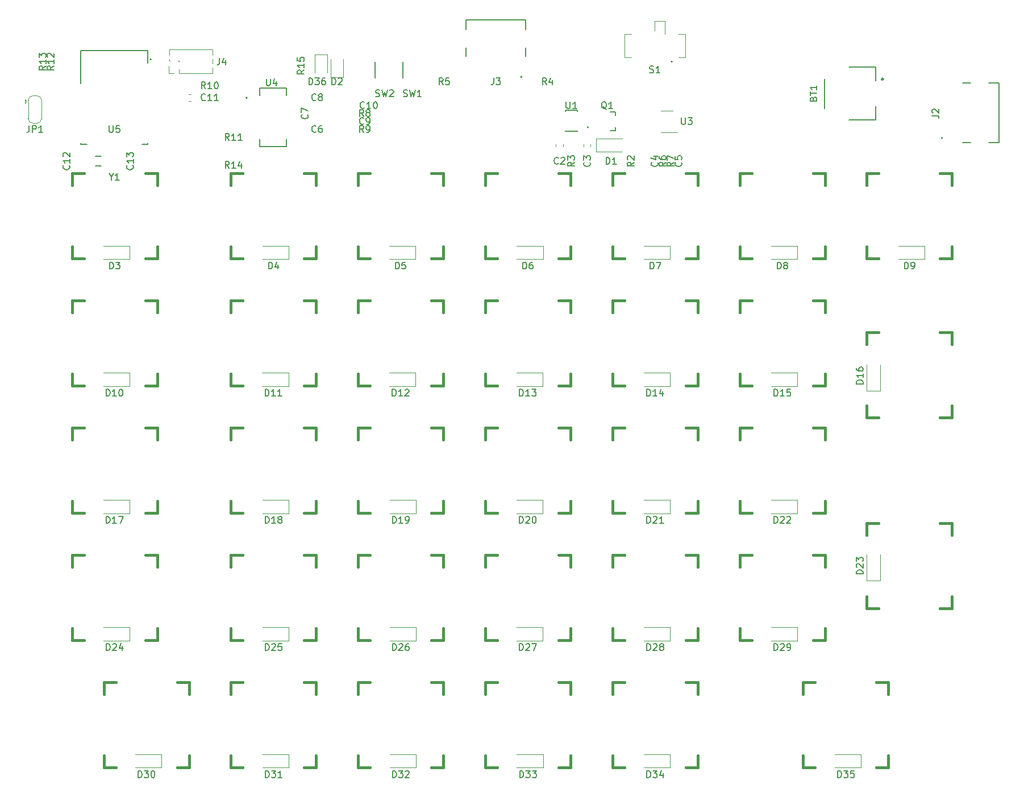
<source format=gbr>
%TF.GenerationSoftware,KiCad,Pcbnew,(5.1.6)-1*%
%TF.CreationDate,2020-06-26T14:35:25+02:00*%
%TF.ProjectId,aW_2,61575f32-2e6b-4696-9361-645f70636258,v1.0*%
%TF.SameCoordinates,Original*%
%TF.FileFunction,Legend,Top*%
%TF.FilePolarity,Positive*%
%FSLAX46Y46*%
G04 Gerber Fmt 4.6, Leading zero omitted, Abs format (unit mm)*
G04 Created by KiCad (PCBNEW (5.1.6)-1) date 2020-06-26 14:35:25*
%MOMM*%
%LPD*%
G01*
G04 APERTURE LIST*
%ADD10C,0.381000*%
%ADD11C,0.100000*%
%ADD12C,0.200000*%
%ADD13C,0.120000*%
%ADD14C,0.127000*%
%ADD15C,0.300000*%
%ADD16C,0.152400*%
%ADD17C,0.150000*%
%ADD18C,0.160000*%
G04 APERTURE END LIST*
D10*
%TO.C,K33*%
X187902822Y-127971454D02*
X189680822Y-127971454D01*
X198824822Y-127971454D02*
X200602822Y-127971454D01*
X200602822Y-127971454D02*
X200602822Y-129749454D01*
X200602822Y-138893454D02*
X200602822Y-140671454D01*
X200602822Y-140671454D02*
X198824822Y-140671454D01*
X189680822Y-140671454D02*
X187902822Y-140671454D01*
X187902822Y-140671454D02*
X187902822Y-138893454D01*
X187902822Y-129749454D02*
X187902822Y-127971454D01*
X200602822Y-138893454D02*
X200602822Y-140671454D01*
X200602822Y-140671454D02*
X198824822Y-140671454D01*
%TO.C,K3*%
X121583422Y-53955854D02*
X121583422Y-52177854D01*
X121583422Y-64877854D02*
X121583422Y-63099854D01*
X123361422Y-64877854D02*
X121583422Y-64877854D01*
X134283422Y-64877854D02*
X132505422Y-64877854D01*
X134283422Y-63099854D02*
X134283422Y-64877854D01*
X134283422Y-52177854D02*
X134283422Y-53955854D01*
X132505422Y-52177854D02*
X134283422Y-52177854D01*
X121583422Y-52177854D02*
X123361422Y-52177854D01*
%TO.C,K13*%
X178428622Y-72904254D02*
X178428622Y-71126254D01*
X178428622Y-83826254D02*
X178428622Y-82048254D01*
X180206622Y-83826254D02*
X178428622Y-83826254D01*
X191128622Y-83826254D02*
X189350622Y-83826254D01*
X191128622Y-82048254D02*
X191128622Y-83826254D01*
X191128622Y-71126254D02*
X191128622Y-72904254D01*
X189350622Y-71126254D02*
X191128622Y-71126254D01*
X178428622Y-71126254D02*
X180206622Y-71126254D01*
%TO.C,K7*%
X197377022Y-53955854D02*
X197377022Y-52177854D01*
X197377022Y-64877854D02*
X197377022Y-63099854D01*
X199155022Y-64877854D02*
X197377022Y-64877854D01*
X210077022Y-64877854D02*
X208299022Y-64877854D01*
X210077022Y-63099854D02*
X210077022Y-64877854D01*
X210077022Y-52177854D02*
X210077022Y-53955854D01*
X208299022Y-52177854D02*
X210077022Y-52177854D01*
X197377022Y-52177854D02*
X199155022Y-52177854D01*
%TO.C,K12*%
X159480222Y-72904254D02*
X159480222Y-71126254D01*
X159480222Y-83826254D02*
X159480222Y-82048254D01*
X161258222Y-83826254D02*
X159480222Y-83826254D01*
X172180222Y-83826254D02*
X170402222Y-83826254D01*
X172180222Y-82048254D02*
X172180222Y-83826254D01*
X172180222Y-71126254D02*
X172180222Y-72904254D01*
X170402222Y-71126254D02*
X172180222Y-71126254D01*
X159480222Y-71126254D02*
X161258222Y-71126254D01*
%TO.C,K4*%
X140531822Y-53955854D02*
X140531822Y-52177854D01*
X140531822Y-64877854D02*
X140531822Y-63099854D01*
X142309822Y-64877854D02*
X140531822Y-64877854D01*
X153231822Y-64877854D02*
X151453822Y-64877854D01*
X153231822Y-63099854D02*
X153231822Y-64877854D01*
X153231822Y-52177854D02*
X153231822Y-53955854D01*
X151453822Y-52177854D02*
X153231822Y-52177854D01*
X140531822Y-52177854D02*
X142309822Y-52177854D01*
%TO.C,K16*%
X102635022Y-91852654D02*
X102635022Y-90074654D01*
X102635022Y-102774654D02*
X102635022Y-100996654D01*
X104413022Y-102774654D02*
X102635022Y-102774654D01*
X115335022Y-102774654D02*
X113557022Y-102774654D01*
X115335022Y-100996654D02*
X115335022Y-102774654D01*
X115335022Y-90074654D02*
X115335022Y-91852654D01*
X113557022Y-90074654D02*
X115335022Y-90074654D01*
X102635022Y-90074654D02*
X104413022Y-90074654D01*
%TO.C,K17*%
X121583422Y-91852654D02*
X121583422Y-90074654D01*
X121583422Y-102774654D02*
X121583422Y-100996654D01*
X123361422Y-102774654D02*
X121583422Y-102774654D01*
X134283422Y-102774654D02*
X132505422Y-102774654D01*
X134283422Y-100996654D02*
X134283422Y-102774654D01*
X134283422Y-90074654D02*
X134283422Y-91852654D01*
X132505422Y-90074654D02*
X134283422Y-90074654D01*
X121583422Y-90074654D02*
X123361422Y-90074654D01*
%TO.C,K20*%
X178428622Y-91852654D02*
X178428622Y-90074654D01*
X178428622Y-102774654D02*
X178428622Y-100996654D01*
X180206622Y-102774654D02*
X178428622Y-102774654D01*
X191128622Y-102774654D02*
X189350622Y-102774654D01*
X191128622Y-100996654D02*
X191128622Y-102774654D01*
X191128622Y-90074654D02*
X191128622Y-91852654D01*
X189350622Y-90074654D02*
X191128622Y-90074654D01*
X178428622Y-90074654D02*
X180206622Y-90074654D01*
%TO.C,K5*%
X159480222Y-53955854D02*
X159480222Y-52177854D01*
X159480222Y-64877854D02*
X159480222Y-63099854D01*
X161258222Y-64877854D02*
X159480222Y-64877854D01*
X172180222Y-64877854D02*
X170402222Y-64877854D01*
X172180222Y-63099854D02*
X172180222Y-64877854D01*
X172180222Y-52177854D02*
X172180222Y-53955854D01*
X170402222Y-52177854D02*
X172180222Y-52177854D01*
X159480222Y-52177854D02*
X161258222Y-52177854D01*
%TO.C,K11*%
X140531822Y-72904254D02*
X140531822Y-71126254D01*
X140531822Y-83826254D02*
X140531822Y-82048254D01*
X142309822Y-83826254D02*
X140531822Y-83826254D01*
X153231822Y-83826254D02*
X151453822Y-83826254D01*
X153231822Y-82048254D02*
X153231822Y-83826254D01*
X153231822Y-71126254D02*
X153231822Y-72904254D01*
X151453822Y-71126254D02*
X153231822Y-71126254D01*
X140531822Y-71126254D02*
X142309822Y-71126254D01*
%TO.C,K19*%
X159480222Y-91852654D02*
X159480222Y-90074654D01*
X159480222Y-102774654D02*
X159480222Y-100996654D01*
X161258222Y-102774654D02*
X159480222Y-102774654D01*
X172180222Y-102774654D02*
X170402222Y-102774654D01*
X172180222Y-100996654D02*
X172180222Y-102774654D01*
X172180222Y-90074654D02*
X172180222Y-91852654D01*
X170402222Y-90074654D02*
X172180222Y-90074654D01*
X159480222Y-90074654D02*
X161258222Y-90074654D01*
%TO.C,K18*%
X140531822Y-91852654D02*
X140531822Y-90074654D01*
X140531822Y-102774654D02*
X140531822Y-100996654D01*
X142309822Y-102774654D02*
X140531822Y-102774654D01*
X153231822Y-102774654D02*
X151453822Y-102774654D01*
X153231822Y-100996654D02*
X153231822Y-102774654D01*
X153231822Y-90074654D02*
X153231822Y-91852654D01*
X151453822Y-90074654D02*
X153231822Y-90074654D01*
X140531822Y-90074654D02*
X142309822Y-90074654D01*
%TO.C,K6*%
X178428622Y-53955854D02*
X178428622Y-52177854D01*
X178428622Y-64877854D02*
X178428622Y-63099854D01*
X180206622Y-64877854D02*
X178428622Y-64877854D01*
X191128622Y-64877854D02*
X189350622Y-64877854D01*
X191128622Y-63099854D02*
X191128622Y-64877854D01*
X191128622Y-52177854D02*
X191128622Y-53955854D01*
X189350622Y-52177854D02*
X191128622Y-52177854D01*
X178428622Y-52177854D02*
X180206622Y-52177854D01*
%TO.C,K9*%
X102635022Y-72904254D02*
X102635022Y-71126254D01*
X102635022Y-83826254D02*
X102635022Y-82048254D01*
X104413022Y-83826254D02*
X102635022Y-83826254D01*
X115335022Y-83826254D02*
X113557022Y-83826254D01*
X115335022Y-82048254D02*
X115335022Y-83826254D01*
X115335022Y-71126254D02*
X115335022Y-72904254D01*
X113557022Y-71126254D02*
X115335022Y-71126254D01*
X102635022Y-71126254D02*
X104413022Y-71126254D01*
%TO.C,K10*%
X121583422Y-72904254D02*
X121583422Y-71126254D01*
X121583422Y-83826254D02*
X121583422Y-82048254D01*
X123361422Y-83826254D02*
X121583422Y-83826254D01*
X134283422Y-83826254D02*
X132505422Y-83826254D01*
X134283422Y-82048254D02*
X134283422Y-83826254D01*
X134283422Y-71126254D02*
X134283422Y-72904254D01*
X132505422Y-71126254D02*
X134283422Y-71126254D01*
X121583422Y-71126254D02*
X123361422Y-71126254D01*
%TO.C,K2*%
X102635022Y-53955854D02*
X102635022Y-52177854D01*
X102635022Y-64877854D02*
X102635022Y-63099854D01*
X104413022Y-64877854D02*
X102635022Y-64877854D01*
X115335022Y-64877854D02*
X113557022Y-64877854D01*
X115335022Y-63099854D02*
X115335022Y-64877854D01*
X115335022Y-52177854D02*
X115335022Y-53955854D01*
X113557022Y-52177854D02*
X115335022Y-52177854D01*
X102635022Y-52177854D02*
X104413022Y-52177854D01*
%TO.C,K28*%
X83686622Y-129749454D02*
X83686622Y-127971454D01*
X83686622Y-140671454D02*
X83686622Y-138893454D01*
X85464622Y-140671454D02*
X83686622Y-140671454D01*
X96386622Y-140671454D02*
X94608622Y-140671454D01*
X96386622Y-138893454D02*
X96386622Y-140671454D01*
X96386622Y-127971454D02*
X96386622Y-129749454D01*
X94608622Y-127971454D02*
X96386622Y-127971454D01*
X83686622Y-127971454D02*
X85464622Y-127971454D01*
%TO.C,K30*%
X121583422Y-129749454D02*
X121583422Y-127971454D01*
X121583422Y-140671454D02*
X121583422Y-138893454D01*
X123361422Y-140671454D02*
X121583422Y-140671454D01*
X134283422Y-140671454D02*
X132505422Y-140671454D01*
X134283422Y-138893454D02*
X134283422Y-140671454D01*
X134283422Y-127971454D02*
X134283422Y-129749454D01*
X132505422Y-127971454D02*
X134283422Y-127971454D01*
X121583422Y-127971454D02*
X123361422Y-127971454D01*
%TO.C,K23*%
X102635022Y-110801054D02*
X102635022Y-109023054D01*
X102635022Y-121723054D02*
X102635022Y-119945054D01*
X104413022Y-121723054D02*
X102635022Y-121723054D01*
X115335022Y-121723054D02*
X113557022Y-121723054D01*
X115335022Y-119945054D02*
X115335022Y-121723054D01*
X115335022Y-109023054D02*
X115335022Y-110801054D01*
X113557022Y-109023054D02*
X115335022Y-109023054D01*
X102635022Y-109023054D02*
X104413022Y-109023054D01*
%TO.C,K32*%
X159480222Y-129749454D02*
X159480222Y-127971454D01*
X159480222Y-140671454D02*
X159480222Y-138893454D01*
X161258222Y-140671454D02*
X159480222Y-140671454D01*
X172180222Y-140671454D02*
X170402222Y-140671454D01*
X172180222Y-138893454D02*
X172180222Y-140671454D01*
X172180222Y-127971454D02*
X172180222Y-129749454D01*
X170402222Y-127971454D02*
X172180222Y-127971454D01*
X159480222Y-127971454D02*
X161258222Y-127971454D01*
%TO.C,K27*%
X178428622Y-110801054D02*
X178428622Y-109023054D01*
X178428622Y-121723054D02*
X178428622Y-119945054D01*
X180206622Y-121723054D02*
X178428622Y-121723054D01*
X191128622Y-121723054D02*
X189350622Y-121723054D01*
X191128622Y-119945054D02*
X191128622Y-121723054D01*
X191128622Y-109023054D02*
X191128622Y-110801054D01*
X189350622Y-109023054D02*
X191128622Y-109023054D01*
X178428622Y-109023054D02*
X180206622Y-109023054D01*
%TO.C,K25*%
X140531822Y-110801054D02*
X140531822Y-109023054D01*
X140531822Y-121723054D02*
X140531822Y-119945054D01*
X142309822Y-121723054D02*
X140531822Y-121723054D01*
X153231822Y-121723054D02*
X151453822Y-121723054D01*
X153231822Y-119945054D02*
X153231822Y-121723054D01*
X153231822Y-109023054D02*
X153231822Y-110801054D01*
X151453822Y-109023054D02*
X153231822Y-109023054D01*
X140531822Y-109023054D02*
X142309822Y-109023054D01*
%TO.C,K29*%
X102635022Y-129749454D02*
X102635022Y-127971454D01*
X102635022Y-140671454D02*
X102635022Y-138893454D01*
X104413022Y-140671454D02*
X102635022Y-140671454D01*
X115335022Y-140671454D02*
X113557022Y-140671454D01*
X115335022Y-138893454D02*
X115335022Y-140671454D01*
X115335022Y-127971454D02*
X115335022Y-129749454D01*
X113557022Y-127971454D02*
X115335022Y-127971454D01*
X102635022Y-127971454D02*
X104413022Y-127971454D01*
%TO.C,K26*%
X159480222Y-110801054D02*
X159480222Y-109023054D01*
X159480222Y-121723054D02*
X159480222Y-119945054D01*
X161258222Y-121723054D02*
X159480222Y-121723054D01*
X172180222Y-121723054D02*
X170402222Y-121723054D01*
X172180222Y-119945054D02*
X172180222Y-121723054D01*
X172180222Y-109023054D02*
X172180222Y-110801054D01*
X170402222Y-109023054D02*
X172180222Y-109023054D01*
X159480222Y-109023054D02*
X161258222Y-109023054D01*
%TO.C,K24*%
X121583422Y-110801054D02*
X121583422Y-109023054D01*
X121583422Y-121723054D02*
X121583422Y-119945054D01*
X123361422Y-121723054D02*
X121583422Y-121723054D01*
X134283422Y-121723054D02*
X132505422Y-121723054D01*
X134283422Y-119945054D02*
X134283422Y-121723054D01*
X134283422Y-109023054D02*
X134283422Y-110801054D01*
X132505422Y-109023054D02*
X134283422Y-109023054D01*
X121583422Y-109023054D02*
X123361422Y-109023054D01*
%TO.C,K31*%
X140531822Y-129749454D02*
X140531822Y-127971454D01*
X140531822Y-140671454D02*
X140531822Y-138893454D01*
X142309822Y-140671454D02*
X140531822Y-140671454D01*
X153231822Y-140671454D02*
X151453822Y-140671454D01*
X153231822Y-138893454D02*
X153231822Y-140671454D01*
X153231822Y-127971454D02*
X153231822Y-129749454D01*
X151453822Y-127971454D02*
X153231822Y-127971454D01*
X140531822Y-127971454D02*
X142309822Y-127971454D01*
%TO.C,K14*%
X210077022Y-75863354D02*
X210077022Y-77641354D01*
X210077022Y-86785354D02*
X210077022Y-88563354D01*
X210077022Y-88563354D02*
X208299022Y-88563354D01*
X199155022Y-88563354D02*
X197377022Y-88563354D01*
X197377022Y-88563354D02*
X197377022Y-86785354D01*
X197377022Y-77641354D02*
X197377022Y-75863354D01*
X197377022Y-75863354D02*
X199155022Y-75863354D01*
X208299022Y-75863354D02*
X210077022Y-75863354D01*
X197377022Y-88563354D02*
X197377022Y-86785354D01*
X199155022Y-88563354D02*
X197377022Y-88563354D01*
%TO.C,K8*%
X78949522Y-71126254D02*
X80727522Y-71126254D01*
X89871522Y-71126254D02*
X91649522Y-71126254D01*
X91649522Y-71126254D02*
X91649522Y-72904254D01*
X91649522Y-82048254D02*
X91649522Y-83826254D01*
X91649522Y-83826254D02*
X89871522Y-83826254D01*
X80727522Y-83826254D02*
X78949522Y-83826254D01*
X78949522Y-83826254D02*
X78949522Y-82048254D01*
X78949522Y-72904254D02*
X78949522Y-71126254D01*
X91649522Y-83826254D02*
X89871522Y-83826254D01*
X91649522Y-82048254D02*
X91649522Y-83826254D01*
%TO.C,K21*%
X210077022Y-104285954D02*
X210077022Y-106063954D01*
X210077022Y-115207954D02*
X210077022Y-116985954D01*
X210077022Y-116985954D02*
X208299022Y-116985954D01*
X199155022Y-116985954D02*
X197377022Y-116985954D01*
X197377022Y-116985954D02*
X197377022Y-115207954D01*
X197377022Y-106063954D02*
X197377022Y-104285954D01*
X197377022Y-104285954D02*
X199155022Y-104285954D01*
X208299022Y-104285954D02*
X210077022Y-104285954D01*
X197377022Y-116985954D02*
X197377022Y-115207954D01*
X199155022Y-116985954D02*
X197377022Y-116985954D01*
%TO.C,K22*%
X78949522Y-109023054D02*
X80727522Y-109023054D01*
X89871522Y-109023054D02*
X91649522Y-109023054D01*
X91649522Y-109023054D02*
X91649522Y-110801054D01*
X91649522Y-119945054D02*
X91649522Y-121723054D01*
X91649522Y-121723054D02*
X89871522Y-121723054D01*
X80727522Y-121723054D02*
X78949522Y-121723054D01*
X78949522Y-121723054D02*
X78949522Y-119945054D01*
X78949522Y-110801054D02*
X78949522Y-109023054D01*
X91649522Y-121723054D02*
X89871522Y-121723054D01*
X91649522Y-119945054D02*
X91649522Y-121723054D01*
%TO.C,K1*%
X78949522Y-52177854D02*
X80727522Y-52177854D01*
X89871522Y-52177854D02*
X91649522Y-52177854D01*
X91649522Y-52177854D02*
X91649522Y-53955854D01*
X91649522Y-63099854D02*
X91649522Y-64877854D01*
X91649522Y-64877854D02*
X89871522Y-64877854D01*
X80727522Y-64877854D02*
X78949522Y-64877854D01*
X78949522Y-64877854D02*
X78949522Y-63099854D01*
X78949522Y-53955854D02*
X78949522Y-52177854D01*
X91649522Y-64877854D02*
X89871522Y-64877854D01*
X91649522Y-63099854D02*
X91649522Y-64877854D01*
%TO.C,K15*%
X78949522Y-90074654D02*
X80727522Y-90074654D01*
X89871522Y-90074654D02*
X91649522Y-90074654D01*
X91649522Y-90074654D02*
X91649522Y-91852654D01*
X91649522Y-100996654D02*
X91649522Y-102774654D01*
X91649522Y-102774654D02*
X89871522Y-102774654D01*
X80727522Y-102774654D02*
X78949522Y-102774654D01*
X78949522Y-102774654D02*
X78949522Y-100996654D01*
X78949522Y-91852654D02*
X78949522Y-90074654D01*
X91649522Y-102774654D02*
X89871522Y-102774654D01*
X91649522Y-100996654D02*
X91649522Y-102774654D01*
D11*
%TO.C,S1*%
X165798640Y-29409728D02*
X165798640Y-30909728D01*
X167298640Y-29409728D02*
X165798640Y-29409728D01*
X167298640Y-31409728D02*
X167298640Y-29409728D01*
X161298640Y-31409728D02*
X162298640Y-31409728D01*
X161298640Y-34909728D02*
X161298640Y-31409728D01*
X162298640Y-34909728D02*
X161298640Y-34909728D01*
X170298640Y-31409728D02*
X169298640Y-31409728D01*
X170298640Y-34909728D02*
X170298640Y-31409728D01*
X169298640Y-34909728D02*
X170298640Y-34909728D01*
D12*
X168198640Y-35509728D02*
G75*
G02*
X168398640Y-35509728I100000J0D01*
G01*
X168398640Y-35509728D02*
G75*
G02*
X168198640Y-35509728I-100000J0D01*
G01*
D13*
%TO.C,J4*%
X99924942Y-37250418D02*
X99924942Y-36427948D01*
X99924942Y-34542888D02*
X99924942Y-33720418D01*
X99924942Y-35812888D02*
X99924942Y-35157948D01*
X94909942Y-37250418D02*
X99924942Y-37250418D01*
X93454942Y-33720418D02*
X99924942Y-33720418D01*
X94909942Y-37250418D02*
X94909942Y-36683889D01*
X94909942Y-35556947D02*
X94909942Y-35413889D01*
X94856471Y-35360418D02*
X94713413Y-35360418D01*
X93586471Y-35360418D02*
X93454942Y-35360418D01*
X93454942Y-35360418D02*
X93454942Y-35157948D01*
X93454942Y-34542888D02*
X93454942Y-33720418D01*
X94149942Y-37250418D02*
X93389942Y-37250418D01*
X93389942Y-37250418D02*
X93389942Y-36120418D01*
D12*
%TO.C,SW2*%
X124133256Y-35512556D02*
X124133256Y-37912556D01*
D13*
%TO.C,D35*%
X196502822Y-140744568D02*
X196502822Y-138744568D01*
X196502822Y-138744568D02*
X192602822Y-138744568D01*
X196502822Y-140744568D02*
X192602822Y-140744568D01*
%TO.C,D34*%
X168080222Y-140744568D02*
X168080222Y-138744568D01*
X168080222Y-138744568D02*
X164180222Y-138744568D01*
X168080222Y-140744568D02*
X164180222Y-140744568D01*
%TO.C,D33*%
X149131822Y-140744568D02*
X149131822Y-138744568D01*
X149131822Y-138744568D02*
X145231822Y-138744568D01*
X149131822Y-140744568D02*
X145231822Y-140744568D01*
%TO.C,D32*%
X130183422Y-140744568D02*
X130183422Y-138744568D01*
X130183422Y-138744568D02*
X126283422Y-138744568D01*
X130183422Y-140744568D02*
X126283422Y-140744568D01*
%TO.C,D31*%
X111235022Y-140744568D02*
X111235022Y-138744568D01*
X111235022Y-138744568D02*
X107335022Y-138744568D01*
X111235022Y-140744568D02*
X107335022Y-140744568D01*
%TO.C,D30*%
X92280272Y-140744568D02*
X92280272Y-138744568D01*
X92280272Y-138744568D02*
X88380272Y-138744568D01*
X92280272Y-140744568D02*
X88380272Y-140744568D01*
%TO.C,D29*%
X187028622Y-121796152D02*
X187028622Y-119796152D01*
X187028622Y-119796152D02*
X183128622Y-119796152D01*
X187028622Y-121796152D02*
X183128622Y-121796152D01*
%TO.C,D28*%
X168080222Y-121796152D02*
X168080222Y-119796152D01*
X168080222Y-119796152D02*
X164180222Y-119796152D01*
X168080222Y-121796152D02*
X164180222Y-121796152D01*
%TO.C,D27*%
X149100224Y-121796152D02*
X149100224Y-119796152D01*
X149100224Y-119796152D02*
X145200224Y-119796152D01*
X149100224Y-121796152D02*
X145200224Y-121796152D01*
%TO.C,D26*%
X130183422Y-121796152D02*
X130183422Y-119796152D01*
X130183422Y-119796152D02*
X126283422Y-119796152D01*
X130183422Y-121796152D02*
X126283422Y-121796152D01*
%TO.C,D25*%
X111235022Y-121796152D02*
X111235022Y-119796152D01*
X111235022Y-119796152D02*
X107335022Y-119796152D01*
X111235022Y-121796152D02*
X107335022Y-121796152D01*
%TO.C,D24*%
X87549522Y-121796152D02*
X87549522Y-119796152D01*
X87549522Y-119796152D02*
X83649522Y-119796152D01*
X87549522Y-121796152D02*
X83649522Y-121796152D01*
%TO.C,D23*%
X197366230Y-112885954D02*
X199366230Y-112885954D01*
X199366230Y-112885954D02*
X199366230Y-108985954D01*
X197366230Y-112885954D02*
X197366230Y-108985954D01*
%TO.C,D22*%
X187028622Y-102847736D02*
X187028622Y-100847736D01*
X187028622Y-100847736D02*
X183128622Y-100847736D01*
X187028622Y-102847736D02*
X183128622Y-102847736D01*
%TO.C,D21*%
X168080222Y-102847736D02*
X168080222Y-100847736D01*
X168080222Y-100847736D02*
X164180222Y-100847736D01*
X168080222Y-102847736D02*
X164180222Y-102847736D01*
%TO.C,D20*%
X149100224Y-102847736D02*
X149100224Y-100847736D01*
X149100224Y-100847736D02*
X145200224Y-100847736D01*
X149100224Y-102847736D02*
X145200224Y-102847736D01*
%TO.C,D19*%
X130183422Y-102847736D02*
X130183422Y-100847736D01*
X130183422Y-100847736D02*
X126283422Y-100847736D01*
X130183422Y-102847736D02*
X126283422Y-102847736D01*
%TO.C,D18*%
X111225273Y-102847736D02*
X111225273Y-100847736D01*
X111225273Y-100847736D02*
X107325273Y-100847736D01*
X111225273Y-102847736D02*
X107325273Y-102847736D01*
%TO.C,D17*%
X87517872Y-102847736D02*
X87517872Y-100847736D01*
X87517872Y-100847736D02*
X83617872Y-100847736D01*
X87517872Y-102847736D02*
X83617872Y-102847736D01*
%TO.C,D16*%
X197366230Y-84557182D02*
X199366230Y-84557182D01*
X199366230Y-84557182D02*
X199366230Y-80657182D01*
X197366230Y-84557182D02*
X197366230Y-80657182D01*
%TO.C,D15*%
X187028622Y-83899320D02*
X187028622Y-81899320D01*
X187028622Y-81899320D02*
X183128622Y-81899320D01*
X187028622Y-83899320D02*
X183128622Y-83899320D01*
%TO.C,D14*%
X168048640Y-83899320D02*
X168048640Y-81899320D01*
X168048640Y-81899320D02*
X164148640Y-81899320D01*
X168048640Y-83899320D02*
X164148640Y-83899320D01*
%TO.C,D13*%
X149100224Y-83899320D02*
X149100224Y-81899320D01*
X149100224Y-81899320D02*
X145200224Y-81899320D01*
X149100224Y-83899320D02*
X145200224Y-83899320D01*
%TO.C,D12*%
X130151808Y-83899320D02*
X130151808Y-81899320D01*
X130151808Y-81899320D02*
X126251808Y-81899320D01*
X130151808Y-83899320D02*
X126251808Y-83899320D01*
%TO.C,D11*%
X111203392Y-83899320D02*
X111203392Y-81899320D01*
X111203392Y-81899320D02*
X107303392Y-81899320D01*
X111203392Y-83899320D02*
X107303392Y-83899320D01*
%TO.C,D10*%
X87517872Y-83899320D02*
X87517872Y-81899320D01*
X87517872Y-81899320D02*
X83617872Y-81899320D01*
X87517872Y-83899320D02*
X83617872Y-83899320D01*
%TO.C,D9*%
X205977022Y-64950904D02*
X205977022Y-62950904D01*
X205977022Y-62950904D02*
X202077022Y-62950904D01*
X205977022Y-64950904D02*
X202077022Y-64950904D01*
%TO.C,D8*%
X187028622Y-64950904D02*
X187028622Y-62950904D01*
X187028622Y-62950904D02*
X183128622Y-62950904D01*
X187028622Y-64950904D02*
X183128622Y-64950904D01*
%TO.C,D7*%
X168080222Y-64950904D02*
X168080222Y-62950904D01*
X168080222Y-62950904D02*
X164180222Y-62950904D01*
X168080222Y-64950904D02*
X164180222Y-64950904D01*
%TO.C,D6*%
X149131822Y-64950904D02*
X149131822Y-62950904D01*
X149131822Y-62950904D02*
X145231822Y-62950904D01*
X149131822Y-64950904D02*
X145231822Y-64950904D01*
%TO.C,D5*%
X130151808Y-64950904D02*
X130151808Y-62950904D01*
X130151808Y-62950904D02*
X126251808Y-62950904D01*
X130151808Y-64950904D02*
X126251808Y-64950904D01*
%TO.C,D4*%
X111235022Y-64950904D02*
X111235022Y-62950904D01*
X111235022Y-62950904D02*
X107335022Y-62950904D01*
X111235022Y-64950904D02*
X107335022Y-64950904D01*
%TO.C,D3*%
X87549522Y-64950904D02*
X87549522Y-62950904D01*
X87549522Y-62950904D02*
X83649522Y-62950904D01*
X87549522Y-64950904D02*
X83649522Y-64950904D01*
D14*
%TO.C,BT1*%
X194716230Y-44215384D02*
X198716230Y-44215384D01*
X191116230Y-38065384D02*
X191116230Y-42465384D01*
D15*
X199816230Y-38115384D02*
G75*
G03*
X199816230Y-38115384I-100000J0D01*
G01*
D14*
X198716230Y-36315384D02*
X194716230Y-36315384D01*
X198716230Y-38365384D02*
X198716230Y-36315384D01*
X198716230Y-44215384D02*
X198716230Y-42165384D01*
D13*
%TO.C,C2*%
X151077328Y-47800399D02*
X151077328Y-48125957D01*
X152097328Y-47800399D02*
X152097328Y-48125957D01*
%TO.C,C3*%
X155222294Y-47800399D02*
X155222294Y-48125957D01*
X156242294Y-47800399D02*
X156242294Y-48125957D01*
%TO.C,C11*%
X96681273Y-40347522D02*
X96355715Y-40347522D01*
X96681273Y-41367522D02*
X96355715Y-41367522D01*
%TO.C,D1*%
X157035122Y-46963178D02*
X160935122Y-46963178D01*
X157035122Y-48963178D02*
X160935122Y-48963178D01*
X157035122Y-46963178D02*
X157035122Y-48963178D01*
%TO.C,D2*%
X119387600Y-37805418D02*
X119387600Y-35120418D01*
X117467600Y-37805418D02*
X119387600Y-37805418D01*
X117467600Y-35120418D02*
X117467600Y-37805418D01*
%TO.C,D36*%
X115099048Y-34435418D02*
X115099048Y-37120418D01*
X117019048Y-34435418D02*
X115099048Y-34435418D01*
X117019048Y-37120418D02*
X117019048Y-34435418D01*
D12*
%TO.C,J2*%
X208671128Y-46904352D02*
G75*
G03*
X208671128Y-46904352I-100000J0D01*
G01*
X211661128Y-38654352D02*
X212871128Y-38654352D01*
X211661128Y-47594352D02*
X212871128Y-47594352D01*
X217081128Y-38654352D02*
X215591128Y-38654352D01*
X217081128Y-47594352D02*
X217081128Y-38654352D01*
X215591128Y-47594352D02*
X217081128Y-47594352D01*
%TO.C,J3*%
X145993120Y-37758280D02*
G75*
G03*
X145993120Y-37758280I-100000J0D01*
G01*
X137643120Y-34668280D02*
X137643120Y-33458280D01*
X146583120Y-34668280D02*
X146583120Y-33458280D01*
X137643120Y-29248280D02*
X137643120Y-30738280D01*
X146583120Y-29248280D02*
X137643120Y-29248280D01*
X146583120Y-30738280D02*
X146583120Y-29248280D01*
D13*
%TO.C,JP1*%
X74425112Y-41233936D02*
X74425112Y-44033936D01*
X73725112Y-44683936D02*
X73125112Y-44683936D01*
X72425112Y-44033936D02*
X72425112Y-41233936D01*
X73125112Y-40583936D02*
X73725112Y-40583936D01*
X72225112Y-41433936D02*
X71925112Y-41133936D01*
X71925112Y-41133936D02*
X71925112Y-41733936D01*
X72225112Y-41433936D02*
X71925112Y-41733936D01*
X73725112Y-40583936D02*
G75*
G02*
X74425112Y-41283936I0J-700000D01*
G01*
X72425112Y-41283936D02*
G75*
G02*
X73125112Y-40583936I700000J0D01*
G01*
X73125112Y-44683936D02*
G75*
G02*
X72425112Y-43983936I0J700000D01*
G01*
X74425112Y-43983936D02*
G75*
G02*
X73725112Y-44683936I-700000J0D01*
G01*
D16*
%TO.C,Q1*%
X159945522Y-45273950D02*
X159945522Y-45832750D01*
X159945522Y-45832750D02*
X159132722Y-45832750D01*
X159945522Y-42987950D02*
X159945522Y-43546750D01*
X159132722Y-42987950D02*
X159945522Y-42987950D01*
D12*
%TO.C,SW1*%
X128278222Y-35512556D02*
X128278222Y-37912556D01*
%TO.C,U1*%
X155932742Y-45284062D02*
G75*
G03*
X155932742Y-45284062I-100000J0D01*
G01*
D14*
X154213742Y-45884062D02*
X154213742Y-45784062D01*
X152513742Y-45884062D02*
X152513742Y-45784062D01*
X152513742Y-42784062D02*
X152513742Y-42884062D01*
X154213742Y-42784062D02*
X154213742Y-42884062D01*
X152513742Y-42784062D02*
X154213742Y-42784062D01*
X152513742Y-45884062D02*
X154213742Y-45884062D01*
D13*
%TO.C,U3*%
X166675054Y-46020350D02*
X169125054Y-46020350D01*
X168475054Y-42800350D02*
X166675054Y-42800350D01*
D12*
%TO.C,U4*%
X105053392Y-40918212D02*
G75*
G03*
X105053392Y-40918212I-100000J0D01*
G01*
D14*
X110943392Y-48188212D02*
X110943392Y-47058212D01*
X106963392Y-48188212D02*
X110943392Y-48188212D01*
X106963392Y-47058212D02*
X106963392Y-48188212D01*
X110943392Y-39448212D02*
X110943392Y-40578212D01*
X106963392Y-39448212D02*
X110943392Y-39448212D01*
X106963392Y-40578212D02*
X106963392Y-39448212D01*
%TO.C,U5*%
X80267872Y-38757522D02*
X80267872Y-33857522D01*
X90267872Y-35757522D02*
X90267872Y-33857522D01*
X80267872Y-47857522D02*
X81167872Y-47857522D01*
X80267872Y-47657522D02*
X80267872Y-47857522D01*
X90267872Y-47857522D02*
X89367872Y-47857522D01*
X90267872Y-47657522D02*
X90267872Y-47857522D01*
D12*
X90776872Y-35171522D02*
G75*
G03*
X90776872Y-35171522I-100000J0D01*
G01*
D14*
X90267872Y-33857522D02*
X80267872Y-33857522D01*
%TO.C,Y1*%
X82459320Y-51081730D02*
X83339320Y-51081730D01*
X82459320Y-49581730D02*
X83339320Y-49581730D01*
%TO.C,S1*%
D17*
X165036087Y-37117661D02*
X165179066Y-37165321D01*
X165417363Y-37165321D01*
X165512682Y-37117661D01*
X165560342Y-37070002D01*
X165608001Y-36974683D01*
X165608001Y-36879364D01*
X165560342Y-36784045D01*
X165512682Y-36736385D01*
X165417363Y-36688726D01*
X165226725Y-36641066D01*
X165131406Y-36593407D01*
X165083747Y-36545747D01*
X165036087Y-36450428D01*
X165036087Y-36355109D01*
X165083747Y-36259790D01*
X165131406Y-36212131D01*
X165226725Y-36164471D01*
X165465023Y-36164471D01*
X165608001Y-36212131D01*
X166561192Y-37165321D02*
X165989278Y-37165321D01*
X166275235Y-37165321D02*
X166275235Y-36164471D01*
X166179916Y-36307450D01*
X166084597Y-36402769D01*
X165989278Y-36450428D01*
%TO.C,J4*%
D18*
X100922264Y-34980660D02*
X100922264Y-35694946D01*
X100874645Y-35837803D01*
X100779407Y-35933041D01*
X100636550Y-35980660D01*
X100541312Y-35980660D01*
X101827026Y-35313994D02*
X101827026Y-35980660D01*
X101588931Y-34933041D02*
X101350836Y-35647327D01*
X101969883Y-35647327D01*
%TO.C,SW2*%
X124199922Y-40670145D02*
X124342779Y-40717764D01*
X124580875Y-40717764D01*
X124676113Y-40670145D01*
X124723732Y-40622526D01*
X124771351Y-40527288D01*
X124771351Y-40432050D01*
X124723732Y-40336812D01*
X124676113Y-40289193D01*
X124580875Y-40241574D01*
X124390398Y-40193955D01*
X124295160Y-40146336D01*
X124247541Y-40098717D01*
X124199922Y-40003479D01*
X124199922Y-39908241D01*
X124247541Y-39813003D01*
X124295160Y-39765384D01*
X124390398Y-39717764D01*
X124628494Y-39717764D01*
X124771351Y-39765384D01*
X125104684Y-39717764D02*
X125342779Y-40717764D01*
X125533256Y-40003479D01*
X125723732Y-40717764D01*
X125961827Y-39717764D01*
X126295160Y-39813003D02*
X126342779Y-39765384D01*
X126438017Y-39717764D01*
X126676113Y-39717764D01*
X126771351Y-39765384D01*
X126818970Y-39813003D01*
X126866589Y-39908241D01*
X126866589Y-40003479D01*
X126818970Y-40146336D01*
X126247541Y-40717764D01*
X126866589Y-40717764D01*
%TO.C,R10*%
X98836326Y-39533488D02*
X98502993Y-39057298D01*
X98264898Y-39533488D02*
X98264898Y-38533488D01*
X98645850Y-38533488D01*
X98741088Y-38581108D01*
X98788707Y-38628727D01*
X98836326Y-38723965D01*
X98836326Y-38866822D01*
X98788707Y-38962060D01*
X98741088Y-39009679D01*
X98645850Y-39057298D01*
X98264898Y-39057298D01*
X99788707Y-39533488D02*
X99217279Y-39533488D01*
X99502993Y-39533488D02*
X99502993Y-38533488D01*
X99407755Y-38676346D01*
X99312517Y-38771584D01*
X99217279Y-38819203D01*
X100407755Y-38533488D02*
X100502993Y-38533488D01*
X100598231Y-38581108D01*
X100645850Y-38628727D01*
X100693469Y-38723965D01*
X100741088Y-38914441D01*
X100741088Y-39152536D01*
X100693469Y-39343012D01*
X100645850Y-39438250D01*
X100598231Y-39485869D01*
X100502993Y-39533488D01*
X100407755Y-39533488D01*
X100312517Y-39485869D01*
X100264898Y-39438250D01*
X100217279Y-39343012D01*
X100169660Y-39152536D01*
X100169660Y-38914441D01*
X100217279Y-38723965D01*
X100264898Y-38628727D01*
X100312517Y-38581108D01*
X100407755Y-38533488D01*
%TO.C,R11*%
X102389154Y-47231282D02*
X102055821Y-46755092D01*
X101817726Y-47231282D02*
X101817726Y-46231282D01*
X102198678Y-46231282D01*
X102293916Y-46278902D01*
X102341535Y-46326521D01*
X102389154Y-46421759D01*
X102389154Y-46564616D01*
X102341535Y-46659854D01*
X102293916Y-46707473D01*
X102198678Y-46755092D01*
X101817726Y-46755092D01*
X103341535Y-47231282D02*
X102770107Y-47231282D01*
X103055821Y-47231282D02*
X103055821Y-46231282D01*
X102960583Y-46374140D01*
X102865345Y-46469378D01*
X102770107Y-46516997D01*
X104293916Y-47231282D02*
X103722488Y-47231282D01*
X104008202Y-47231282D02*
X104008202Y-46231282D01*
X103912964Y-46374140D01*
X103817726Y-46469378D01*
X103722488Y-46516997D01*
%TO.C,R14*%
X102389154Y-51376248D02*
X102055821Y-50900058D01*
X101817726Y-51376248D02*
X101817726Y-50376248D01*
X102198678Y-50376248D01*
X102293916Y-50423868D01*
X102341535Y-50471487D01*
X102389154Y-50566725D01*
X102389154Y-50709582D01*
X102341535Y-50804820D01*
X102293916Y-50852439D01*
X102198678Y-50900058D01*
X101817726Y-50900058D01*
X103341535Y-51376248D02*
X102770107Y-51376248D01*
X103055821Y-51376248D02*
X103055821Y-50376248D01*
X102960583Y-50519106D01*
X102865345Y-50614344D01*
X102770107Y-50661963D01*
X104198678Y-50709582D02*
X104198678Y-51376248D01*
X103960583Y-50328629D02*
X103722488Y-51042915D01*
X104341535Y-51042915D01*
%TO.C,D35*%
X193038536Y-142196948D02*
X193038536Y-141196948D01*
X193276631Y-141196948D01*
X193419488Y-141244568D01*
X193514726Y-141339806D01*
X193562345Y-141435044D01*
X193609964Y-141625520D01*
X193609964Y-141768377D01*
X193562345Y-141958853D01*
X193514726Y-142054091D01*
X193419488Y-142149329D01*
X193276631Y-142196948D01*
X193038536Y-142196948D01*
X193943298Y-141196948D02*
X194562345Y-141196948D01*
X194229012Y-141577901D01*
X194371869Y-141577901D01*
X194467107Y-141625520D01*
X194514726Y-141673139D01*
X194562345Y-141768377D01*
X194562345Y-142006472D01*
X194514726Y-142101710D01*
X194467107Y-142149329D01*
X194371869Y-142196948D01*
X194086155Y-142196948D01*
X193990917Y-142149329D01*
X193943298Y-142101710D01*
X195467107Y-141196948D02*
X194990917Y-141196948D01*
X194943298Y-141673139D01*
X194990917Y-141625520D01*
X195086155Y-141577901D01*
X195324250Y-141577901D01*
X195419488Y-141625520D01*
X195467107Y-141673139D01*
X195514726Y-141768377D01*
X195514726Y-142006472D01*
X195467107Y-142101710D01*
X195419488Y-142149329D01*
X195324250Y-142196948D01*
X195086155Y-142196948D01*
X194990917Y-142149329D01*
X194943298Y-142101710D01*
%TO.C,D34*%
X164615936Y-142196948D02*
X164615936Y-141196948D01*
X164854031Y-141196948D01*
X164996888Y-141244568D01*
X165092126Y-141339806D01*
X165139745Y-141435044D01*
X165187364Y-141625520D01*
X165187364Y-141768377D01*
X165139745Y-141958853D01*
X165092126Y-142054091D01*
X164996888Y-142149329D01*
X164854031Y-142196948D01*
X164615936Y-142196948D01*
X165520698Y-141196948D02*
X166139745Y-141196948D01*
X165806412Y-141577901D01*
X165949269Y-141577901D01*
X166044507Y-141625520D01*
X166092126Y-141673139D01*
X166139745Y-141768377D01*
X166139745Y-142006472D01*
X166092126Y-142101710D01*
X166044507Y-142149329D01*
X165949269Y-142196948D01*
X165663555Y-142196948D01*
X165568317Y-142149329D01*
X165520698Y-142101710D01*
X166996888Y-141530282D02*
X166996888Y-142196948D01*
X166758793Y-141149329D02*
X166520698Y-141863615D01*
X167139745Y-141863615D01*
%TO.C,D33*%
X145667536Y-142196948D02*
X145667536Y-141196948D01*
X145905631Y-141196948D01*
X146048488Y-141244568D01*
X146143726Y-141339806D01*
X146191345Y-141435044D01*
X146238964Y-141625520D01*
X146238964Y-141768377D01*
X146191345Y-141958853D01*
X146143726Y-142054091D01*
X146048488Y-142149329D01*
X145905631Y-142196948D01*
X145667536Y-142196948D01*
X146572298Y-141196948D02*
X147191345Y-141196948D01*
X146858012Y-141577901D01*
X147000869Y-141577901D01*
X147096107Y-141625520D01*
X147143726Y-141673139D01*
X147191345Y-141768377D01*
X147191345Y-142006472D01*
X147143726Y-142101710D01*
X147096107Y-142149329D01*
X147000869Y-142196948D01*
X146715155Y-142196948D01*
X146619917Y-142149329D01*
X146572298Y-142101710D01*
X147524679Y-141196948D02*
X148143726Y-141196948D01*
X147810393Y-141577901D01*
X147953250Y-141577901D01*
X148048488Y-141625520D01*
X148096107Y-141673139D01*
X148143726Y-141768377D01*
X148143726Y-142006472D01*
X148096107Y-142101710D01*
X148048488Y-142149329D01*
X147953250Y-142196948D01*
X147667536Y-142196948D01*
X147572298Y-142149329D01*
X147524679Y-142101710D01*
%TO.C,D32*%
X126719136Y-142196948D02*
X126719136Y-141196948D01*
X126957231Y-141196948D01*
X127100088Y-141244568D01*
X127195326Y-141339806D01*
X127242945Y-141435044D01*
X127290564Y-141625520D01*
X127290564Y-141768377D01*
X127242945Y-141958853D01*
X127195326Y-142054091D01*
X127100088Y-142149329D01*
X126957231Y-142196948D01*
X126719136Y-142196948D01*
X127623898Y-141196948D02*
X128242945Y-141196948D01*
X127909612Y-141577901D01*
X128052469Y-141577901D01*
X128147707Y-141625520D01*
X128195326Y-141673139D01*
X128242945Y-141768377D01*
X128242945Y-142006472D01*
X128195326Y-142101710D01*
X128147707Y-142149329D01*
X128052469Y-142196948D01*
X127766755Y-142196948D01*
X127671517Y-142149329D01*
X127623898Y-142101710D01*
X128623898Y-141292187D02*
X128671517Y-141244568D01*
X128766755Y-141196948D01*
X129004850Y-141196948D01*
X129100088Y-141244568D01*
X129147707Y-141292187D01*
X129195326Y-141387425D01*
X129195326Y-141482663D01*
X129147707Y-141625520D01*
X128576279Y-142196948D01*
X129195326Y-142196948D01*
%TO.C,D31*%
X107770736Y-142196948D02*
X107770736Y-141196948D01*
X108008831Y-141196948D01*
X108151688Y-141244568D01*
X108246926Y-141339806D01*
X108294545Y-141435044D01*
X108342164Y-141625520D01*
X108342164Y-141768377D01*
X108294545Y-141958853D01*
X108246926Y-142054091D01*
X108151688Y-142149329D01*
X108008831Y-142196948D01*
X107770736Y-142196948D01*
X108675498Y-141196948D02*
X109294545Y-141196948D01*
X108961212Y-141577901D01*
X109104069Y-141577901D01*
X109199307Y-141625520D01*
X109246926Y-141673139D01*
X109294545Y-141768377D01*
X109294545Y-142006472D01*
X109246926Y-142101710D01*
X109199307Y-142149329D01*
X109104069Y-142196948D01*
X108818355Y-142196948D01*
X108723117Y-142149329D01*
X108675498Y-142101710D01*
X110246926Y-142196948D02*
X109675498Y-142196948D01*
X109961212Y-142196948D02*
X109961212Y-141196948D01*
X109865974Y-141339806D01*
X109770736Y-141435044D01*
X109675498Y-141482663D01*
%TO.C,D30*%
X88815986Y-142196948D02*
X88815986Y-141196948D01*
X89054081Y-141196948D01*
X89196938Y-141244568D01*
X89292176Y-141339806D01*
X89339795Y-141435044D01*
X89387414Y-141625520D01*
X89387414Y-141768377D01*
X89339795Y-141958853D01*
X89292176Y-142054091D01*
X89196938Y-142149329D01*
X89054081Y-142196948D01*
X88815986Y-142196948D01*
X89720748Y-141196948D02*
X90339795Y-141196948D01*
X90006462Y-141577901D01*
X90149319Y-141577901D01*
X90244557Y-141625520D01*
X90292176Y-141673139D01*
X90339795Y-141768377D01*
X90339795Y-142006472D01*
X90292176Y-142101710D01*
X90244557Y-142149329D01*
X90149319Y-142196948D01*
X89863605Y-142196948D01*
X89768367Y-142149329D01*
X89720748Y-142101710D01*
X90958843Y-141196948D02*
X91054081Y-141196948D01*
X91149319Y-141244568D01*
X91196938Y-141292187D01*
X91244557Y-141387425D01*
X91292176Y-141577901D01*
X91292176Y-141815996D01*
X91244557Y-142006472D01*
X91196938Y-142101710D01*
X91149319Y-142149329D01*
X91054081Y-142196948D01*
X90958843Y-142196948D01*
X90863605Y-142149329D01*
X90815986Y-142101710D01*
X90768367Y-142006472D01*
X90720748Y-141815996D01*
X90720748Y-141577901D01*
X90768367Y-141387425D01*
X90815986Y-141292187D01*
X90863605Y-141244568D01*
X90958843Y-141196948D01*
%TO.C,D29*%
X183564336Y-123248532D02*
X183564336Y-122248532D01*
X183802431Y-122248532D01*
X183945288Y-122296152D01*
X184040526Y-122391390D01*
X184088145Y-122486628D01*
X184135764Y-122677104D01*
X184135764Y-122819961D01*
X184088145Y-123010437D01*
X184040526Y-123105675D01*
X183945288Y-123200913D01*
X183802431Y-123248532D01*
X183564336Y-123248532D01*
X184516717Y-122343771D02*
X184564336Y-122296152D01*
X184659574Y-122248532D01*
X184897669Y-122248532D01*
X184992907Y-122296152D01*
X185040526Y-122343771D01*
X185088145Y-122439009D01*
X185088145Y-122534247D01*
X185040526Y-122677104D01*
X184469098Y-123248532D01*
X185088145Y-123248532D01*
X185564336Y-123248532D02*
X185754812Y-123248532D01*
X185850050Y-123200913D01*
X185897669Y-123153294D01*
X185992907Y-123010437D01*
X186040526Y-122819961D01*
X186040526Y-122439009D01*
X185992907Y-122343771D01*
X185945288Y-122296152D01*
X185850050Y-122248532D01*
X185659574Y-122248532D01*
X185564336Y-122296152D01*
X185516717Y-122343771D01*
X185469098Y-122439009D01*
X185469098Y-122677104D01*
X185516717Y-122772342D01*
X185564336Y-122819961D01*
X185659574Y-122867580D01*
X185850050Y-122867580D01*
X185945288Y-122819961D01*
X185992907Y-122772342D01*
X186040526Y-122677104D01*
%TO.C,D28*%
X164615936Y-123248532D02*
X164615936Y-122248532D01*
X164854031Y-122248532D01*
X164996888Y-122296152D01*
X165092126Y-122391390D01*
X165139745Y-122486628D01*
X165187364Y-122677104D01*
X165187364Y-122819961D01*
X165139745Y-123010437D01*
X165092126Y-123105675D01*
X164996888Y-123200913D01*
X164854031Y-123248532D01*
X164615936Y-123248532D01*
X165568317Y-122343771D02*
X165615936Y-122296152D01*
X165711174Y-122248532D01*
X165949269Y-122248532D01*
X166044507Y-122296152D01*
X166092126Y-122343771D01*
X166139745Y-122439009D01*
X166139745Y-122534247D01*
X166092126Y-122677104D01*
X165520698Y-123248532D01*
X166139745Y-123248532D01*
X166711174Y-122677104D02*
X166615936Y-122629485D01*
X166568317Y-122581866D01*
X166520698Y-122486628D01*
X166520698Y-122439009D01*
X166568317Y-122343771D01*
X166615936Y-122296152D01*
X166711174Y-122248532D01*
X166901650Y-122248532D01*
X166996888Y-122296152D01*
X167044507Y-122343771D01*
X167092126Y-122439009D01*
X167092126Y-122486628D01*
X167044507Y-122581866D01*
X166996888Y-122629485D01*
X166901650Y-122677104D01*
X166711174Y-122677104D01*
X166615936Y-122724723D01*
X166568317Y-122772342D01*
X166520698Y-122867580D01*
X166520698Y-123058056D01*
X166568317Y-123153294D01*
X166615936Y-123200913D01*
X166711174Y-123248532D01*
X166901650Y-123248532D01*
X166996888Y-123200913D01*
X167044507Y-123153294D01*
X167092126Y-123058056D01*
X167092126Y-122867580D01*
X167044507Y-122772342D01*
X166996888Y-122724723D01*
X166901650Y-122677104D01*
%TO.C,D27*%
X145635938Y-123248532D02*
X145635938Y-122248532D01*
X145874033Y-122248532D01*
X146016890Y-122296152D01*
X146112128Y-122391390D01*
X146159747Y-122486628D01*
X146207366Y-122677104D01*
X146207366Y-122819961D01*
X146159747Y-123010437D01*
X146112128Y-123105675D01*
X146016890Y-123200913D01*
X145874033Y-123248532D01*
X145635938Y-123248532D01*
X146588319Y-122343771D02*
X146635938Y-122296152D01*
X146731176Y-122248532D01*
X146969271Y-122248532D01*
X147064509Y-122296152D01*
X147112128Y-122343771D01*
X147159747Y-122439009D01*
X147159747Y-122534247D01*
X147112128Y-122677104D01*
X146540700Y-123248532D01*
X147159747Y-123248532D01*
X147493081Y-122248532D02*
X148159747Y-122248532D01*
X147731176Y-123248532D01*
%TO.C,D26*%
X126719136Y-123248532D02*
X126719136Y-122248532D01*
X126957231Y-122248532D01*
X127100088Y-122296152D01*
X127195326Y-122391390D01*
X127242945Y-122486628D01*
X127290564Y-122677104D01*
X127290564Y-122819961D01*
X127242945Y-123010437D01*
X127195326Y-123105675D01*
X127100088Y-123200913D01*
X126957231Y-123248532D01*
X126719136Y-123248532D01*
X127671517Y-122343771D02*
X127719136Y-122296152D01*
X127814374Y-122248532D01*
X128052469Y-122248532D01*
X128147707Y-122296152D01*
X128195326Y-122343771D01*
X128242945Y-122439009D01*
X128242945Y-122534247D01*
X128195326Y-122677104D01*
X127623898Y-123248532D01*
X128242945Y-123248532D01*
X129100088Y-122248532D02*
X128909612Y-122248532D01*
X128814374Y-122296152D01*
X128766755Y-122343771D01*
X128671517Y-122486628D01*
X128623898Y-122677104D01*
X128623898Y-123058056D01*
X128671517Y-123153294D01*
X128719136Y-123200913D01*
X128814374Y-123248532D01*
X129004850Y-123248532D01*
X129100088Y-123200913D01*
X129147707Y-123153294D01*
X129195326Y-123058056D01*
X129195326Y-122819961D01*
X129147707Y-122724723D01*
X129100088Y-122677104D01*
X129004850Y-122629485D01*
X128814374Y-122629485D01*
X128719136Y-122677104D01*
X128671517Y-122724723D01*
X128623898Y-122819961D01*
%TO.C,D25*%
X107770736Y-123248532D02*
X107770736Y-122248532D01*
X108008831Y-122248532D01*
X108151688Y-122296152D01*
X108246926Y-122391390D01*
X108294545Y-122486628D01*
X108342164Y-122677104D01*
X108342164Y-122819961D01*
X108294545Y-123010437D01*
X108246926Y-123105675D01*
X108151688Y-123200913D01*
X108008831Y-123248532D01*
X107770736Y-123248532D01*
X108723117Y-122343771D02*
X108770736Y-122296152D01*
X108865974Y-122248532D01*
X109104069Y-122248532D01*
X109199307Y-122296152D01*
X109246926Y-122343771D01*
X109294545Y-122439009D01*
X109294545Y-122534247D01*
X109246926Y-122677104D01*
X108675498Y-123248532D01*
X109294545Y-123248532D01*
X110199307Y-122248532D02*
X109723117Y-122248532D01*
X109675498Y-122724723D01*
X109723117Y-122677104D01*
X109818355Y-122629485D01*
X110056450Y-122629485D01*
X110151688Y-122677104D01*
X110199307Y-122724723D01*
X110246926Y-122819961D01*
X110246926Y-123058056D01*
X110199307Y-123153294D01*
X110151688Y-123200913D01*
X110056450Y-123248532D01*
X109818355Y-123248532D01*
X109723117Y-123200913D01*
X109675498Y-123153294D01*
%TO.C,D24*%
X84085236Y-123248532D02*
X84085236Y-122248532D01*
X84323331Y-122248532D01*
X84466188Y-122296152D01*
X84561426Y-122391390D01*
X84609045Y-122486628D01*
X84656664Y-122677104D01*
X84656664Y-122819961D01*
X84609045Y-123010437D01*
X84561426Y-123105675D01*
X84466188Y-123200913D01*
X84323331Y-123248532D01*
X84085236Y-123248532D01*
X85037617Y-122343771D02*
X85085236Y-122296152D01*
X85180474Y-122248532D01*
X85418569Y-122248532D01*
X85513807Y-122296152D01*
X85561426Y-122343771D01*
X85609045Y-122439009D01*
X85609045Y-122534247D01*
X85561426Y-122677104D01*
X84989998Y-123248532D01*
X85609045Y-123248532D01*
X86466188Y-122581866D02*
X86466188Y-123248532D01*
X86228093Y-122200913D02*
X85989998Y-122915199D01*
X86609045Y-122915199D01*
%TO.C,D23*%
X196818610Y-111850239D02*
X195818610Y-111850239D01*
X195818610Y-111612144D01*
X195866230Y-111469287D01*
X195961468Y-111374049D01*
X196056706Y-111326430D01*
X196247182Y-111278811D01*
X196390039Y-111278811D01*
X196580515Y-111326430D01*
X196675753Y-111374049D01*
X196770991Y-111469287D01*
X196818610Y-111612144D01*
X196818610Y-111850239D01*
X195913849Y-110897858D02*
X195866230Y-110850239D01*
X195818610Y-110755001D01*
X195818610Y-110516906D01*
X195866230Y-110421668D01*
X195913849Y-110374049D01*
X196009087Y-110326430D01*
X196104325Y-110326430D01*
X196247182Y-110374049D01*
X196818610Y-110945477D01*
X196818610Y-110326430D01*
X195818610Y-109993096D02*
X195818610Y-109374049D01*
X196199563Y-109707382D01*
X196199563Y-109564525D01*
X196247182Y-109469287D01*
X196294801Y-109421668D01*
X196390039Y-109374049D01*
X196628134Y-109374049D01*
X196723372Y-109421668D01*
X196770991Y-109469287D01*
X196818610Y-109564525D01*
X196818610Y-109850239D01*
X196770991Y-109945477D01*
X196723372Y-109993096D01*
%TO.C,D22*%
X183564336Y-104300116D02*
X183564336Y-103300116D01*
X183802431Y-103300116D01*
X183945288Y-103347736D01*
X184040526Y-103442974D01*
X184088145Y-103538212D01*
X184135764Y-103728688D01*
X184135764Y-103871545D01*
X184088145Y-104062021D01*
X184040526Y-104157259D01*
X183945288Y-104252497D01*
X183802431Y-104300116D01*
X183564336Y-104300116D01*
X184516717Y-103395355D02*
X184564336Y-103347736D01*
X184659574Y-103300116D01*
X184897669Y-103300116D01*
X184992907Y-103347736D01*
X185040526Y-103395355D01*
X185088145Y-103490593D01*
X185088145Y-103585831D01*
X185040526Y-103728688D01*
X184469098Y-104300116D01*
X185088145Y-104300116D01*
X185469098Y-103395355D02*
X185516717Y-103347736D01*
X185611955Y-103300116D01*
X185850050Y-103300116D01*
X185945288Y-103347736D01*
X185992907Y-103395355D01*
X186040526Y-103490593D01*
X186040526Y-103585831D01*
X185992907Y-103728688D01*
X185421479Y-104300116D01*
X186040526Y-104300116D01*
%TO.C,D21*%
X164615936Y-104300116D02*
X164615936Y-103300116D01*
X164854031Y-103300116D01*
X164996888Y-103347736D01*
X165092126Y-103442974D01*
X165139745Y-103538212D01*
X165187364Y-103728688D01*
X165187364Y-103871545D01*
X165139745Y-104062021D01*
X165092126Y-104157259D01*
X164996888Y-104252497D01*
X164854031Y-104300116D01*
X164615936Y-104300116D01*
X165568317Y-103395355D02*
X165615936Y-103347736D01*
X165711174Y-103300116D01*
X165949269Y-103300116D01*
X166044507Y-103347736D01*
X166092126Y-103395355D01*
X166139745Y-103490593D01*
X166139745Y-103585831D01*
X166092126Y-103728688D01*
X165520698Y-104300116D01*
X166139745Y-104300116D01*
X167092126Y-104300116D02*
X166520698Y-104300116D01*
X166806412Y-104300116D02*
X166806412Y-103300116D01*
X166711174Y-103442974D01*
X166615936Y-103538212D01*
X166520698Y-103585831D01*
%TO.C,D20*%
X145635938Y-104300116D02*
X145635938Y-103300116D01*
X145874033Y-103300116D01*
X146016890Y-103347736D01*
X146112128Y-103442974D01*
X146159747Y-103538212D01*
X146207366Y-103728688D01*
X146207366Y-103871545D01*
X146159747Y-104062021D01*
X146112128Y-104157259D01*
X146016890Y-104252497D01*
X145874033Y-104300116D01*
X145635938Y-104300116D01*
X146588319Y-103395355D02*
X146635938Y-103347736D01*
X146731176Y-103300116D01*
X146969271Y-103300116D01*
X147064509Y-103347736D01*
X147112128Y-103395355D01*
X147159747Y-103490593D01*
X147159747Y-103585831D01*
X147112128Y-103728688D01*
X146540700Y-104300116D01*
X147159747Y-104300116D01*
X147778795Y-103300116D02*
X147874033Y-103300116D01*
X147969271Y-103347736D01*
X148016890Y-103395355D01*
X148064509Y-103490593D01*
X148112128Y-103681069D01*
X148112128Y-103919164D01*
X148064509Y-104109640D01*
X148016890Y-104204878D01*
X147969271Y-104252497D01*
X147874033Y-104300116D01*
X147778795Y-104300116D01*
X147683557Y-104252497D01*
X147635938Y-104204878D01*
X147588319Y-104109640D01*
X147540700Y-103919164D01*
X147540700Y-103681069D01*
X147588319Y-103490593D01*
X147635938Y-103395355D01*
X147683557Y-103347736D01*
X147778795Y-103300116D01*
%TO.C,D19*%
X126719136Y-104300116D02*
X126719136Y-103300116D01*
X126957231Y-103300116D01*
X127100088Y-103347736D01*
X127195326Y-103442974D01*
X127242945Y-103538212D01*
X127290564Y-103728688D01*
X127290564Y-103871545D01*
X127242945Y-104062021D01*
X127195326Y-104157259D01*
X127100088Y-104252497D01*
X126957231Y-104300116D01*
X126719136Y-104300116D01*
X128242945Y-104300116D02*
X127671517Y-104300116D01*
X127957231Y-104300116D02*
X127957231Y-103300116D01*
X127861993Y-103442974D01*
X127766755Y-103538212D01*
X127671517Y-103585831D01*
X128719136Y-104300116D02*
X128909612Y-104300116D01*
X129004850Y-104252497D01*
X129052469Y-104204878D01*
X129147707Y-104062021D01*
X129195326Y-103871545D01*
X129195326Y-103490593D01*
X129147707Y-103395355D01*
X129100088Y-103347736D01*
X129004850Y-103300116D01*
X128814374Y-103300116D01*
X128719136Y-103347736D01*
X128671517Y-103395355D01*
X128623898Y-103490593D01*
X128623898Y-103728688D01*
X128671517Y-103823926D01*
X128719136Y-103871545D01*
X128814374Y-103919164D01*
X129004850Y-103919164D01*
X129100088Y-103871545D01*
X129147707Y-103823926D01*
X129195326Y-103728688D01*
%TO.C,D18*%
X107760987Y-104300116D02*
X107760987Y-103300116D01*
X107999082Y-103300116D01*
X108141939Y-103347736D01*
X108237177Y-103442974D01*
X108284796Y-103538212D01*
X108332415Y-103728688D01*
X108332415Y-103871545D01*
X108284796Y-104062021D01*
X108237177Y-104157259D01*
X108141939Y-104252497D01*
X107999082Y-104300116D01*
X107760987Y-104300116D01*
X109284796Y-104300116D02*
X108713368Y-104300116D01*
X108999082Y-104300116D02*
X108999082Y-103300116D01*
X108903844Y-103442974D01*
X108808606Y-103538212D01*
X108713368Y-103585831D01*
X109856225Y-103728688D02*
X109760987Y-103681069D01*
X109713368Y-103633450D01*
X109665749Y-103538212D01*
X109665749Y-103490593D01*
X109713368Y-103395355D01*
X109760987Y-103347736D01*
X109856225Y-103300116D01*
X110046701Y-103300116D01*
X110141939Y-103347736D01*
X110189558Y-103395355D01*
X110237177Y-103490593D01*
X110237177Y-103538212D01*
X110189558Y-103633450D01*
X110141939Y-103681069D01*
X110046701Y-103728688D01*
X109856225Y-103728688D01*
X109760987Y-103776307D01*
X109713368Y-103823926D01*
X109665749Y-103919164D01*
X109665749Y-104109640D01*
X109713368Y-104204878D01*
X109760987Y-104252497D01*
X109856225Y-104300116D01*
X110046701Y-104300116D01*
X110141939Y-104252497D01*
X110189558Y-104204878D01*
X110237177Y-104109640D01*
X110237177Y-103919164D01*
X110189558Y-103823926D01*
X110141939Y-103776307D01*
X110046701Y-103728688D01*
%TO.C,D17*%
X84053586Y-104300116D02*
X84053586Y-103300116D01*
X84291681Y-103300116D01*
X84434538Y-103347736D01*
X84529776Y-103442974D01*
X84577395Y-103538212D01*
X84625014Y-103728688D01*
X84625014Y-103871545D01*
X84577395Y-104062021D01*
X84529776Y-104157259D01*
X84434538Y-104252497D01*
X84291681Y-104300116D01*
X84053586Y-104300116D01*
X85577395Y-104300116D02*
X85005967Y-104300116D01*
X85291681Y-104300116D02*
X85291681Y-103300116D01*
X85196443Y-103442974D01*
X85101205Y-103538212D01*
X85005967Y-103585831D01*
X85910729Y-103300116D02*
X86577395Y-103300116D01*
X86148824Y-104300116D01*
%TO.C,D16*%
X196818610Y-83521467D02*
X195818610Y-83521467D01*
X195818610Y-83283372D01*
X195866230Y-83140515D01*
X195961468Y-83045277D01*
X196056706Y-82997658D01*
X196247182Y-82950039D01*
X196390039Y-82950039D01*
X196580515Y-82997658D01*
X196675753Y-83045277D01*
X196770991Y-83140515D01*
X196818610Y-83283372D01*
X196818610Y-83521467D01*
X196818610Y-81997658D02*
X196818610Y-82569086D01*
X196818610Y-82283372D02*
X195818610Y-82283372D01*
X195961468Y-82378610D01*
X196056706Y-82473848D01*
X196104325Y-82569086D01*
X195818610Y-81140515D02*
X195818610Y-81330991D01*
X195866230Y-81426229D01*
X195913849Y-81473848D01*
X196056706Y-81569086D01*
X196247182Y-81616705D01*
X196628134Y-81616705D01*
X196723372Y-81569086D01*
X196770991Y-81521467D01*
X196818610Y-81426229D01*
X196818610Y-81235753D01*
X196770991Y-81140515D01*
X196723372Y-81092896D01*
X196628134Y-81045277D01*
X196390039Y-81045277D01*
X196294801Y-81092896D01*
X196247182Y-81140515D01*
X196199563Y-81235753D01*
X196199563Y-81426229D01*
X196247182Y-81521467D01*
X196294801Y-81569086D01*
X196390039Y-81616705D01*
%TO.C,D15*%
X183564336Y-85351700D02*
X183564336Y-84351700D01*
X183802431Y-84351700D01*
X183945288Y-84399320D01*
X184040526Y-84494558D01*
X184088145Y-84589796D01*
X184135764Y-84780272D01*
X184135764Y-84923129D01*
X184088145Y-85113605D01*
X184040526Y-85208843D01*
X183945288Y-85304081D01*
X183802431Y-85351700D01*
X183564336Y-85351700D01*
X185088145Y-85351700D02*
X184516717Y-85351700D01*
X184802431Y-85351700D02*
X184802431Y-84351700D01*
X184707193Y-84494558D01*
X184611955Y-84589796D01*
X184516717Y-84637415D01*
X185992907Y-84351700D02*
X185516717Y-84351700D01*
X185469098Y-84827891D01*
X185516717Y-84780272D01*
X185611955Y-84732653D01*
X185850050Y-84732653D01*
X185945288Y-84780272D01*
X185992907Y-84827891D01*
X186040526Y-84923129D01*
X186040526Y-85161224D01*
X185992907Y-85256462D01*
X185945288Y-85304081D01*
X185850050Y-85351700D01*
X185611955Y-85351700D01*
X185516717Y-85304081D01*
X185469098Y-85256462D01*
%TO.C,D14*%
X164584354Y-85351700D02*
X164584354Y-84351700D01*
X164822449Y-84351700D01*
X164965306Y-84399320D01*
X165060544Y-84494558D01*
X165108163Y-84589796D01*
X165155782Y-84780272D01*
X165155782Y-84923129D01*
X165108163Y-85113605D01*
X165060544Y-85208843D01*
X164965306Y-85304081D01*
X164822449Y-85351700D01*
X164584354Y-85351700D01*
X166108163Y-85351700D02*
X165536735Y-85351700D01*
X165822449Y-85351700D02*
X165822449Y-84351700D01*
X165727211Y-84494558D01*
X165631973Y-84589796D01*
X165536735Y-84637415D01*
X166965306Y-84685034D02*
X166965306Y-85351700D01*
X166727211Y-84304081D02*
X166489116Y-85018367D01*
X167108163Y-85018367D01*
%TO.C,D13*%
X145635938Y-85351700D02*
X145635938Y-84351700D01*
X145874033Y-84351700D01*
X146016890Y-84399320D01*
X146112128Y-84494558D01*
X146159747Y-84589796D01*
X146207366Y-84780272D01*
X146207366Y-84923129D01*
X146159747Y-85113605D01*
X146112128Y-85208843D01*
X146016890Y-85304081D01*
X145874033Y-85351700D01*
X145635938Y-85351700D01*
X147159747Y-85351700D02*
X146588319Y-85351700D01*
X146874033Y-85351700D02*
X146874033Y-84351700D01*
X146778795Y-84494558D01*
X146683557Y-84589796D01*
X146588319Y-84637415D01*
X147493081Y-84351700D02*
X148112128Y-84351700D01*
X147778795Y-84732653D01*
X147921652Y-84732653D01*
X148016890Y-84780272D01*
X148064509Y-84827891D01*
X148112128Y-84923129D01*
X148112128Y-85161224D01*
X148064509Y-85256462D01*
X148016890Y-85304081D01*
X147921652Y-85351700D01*
X147635938Y-85351700D01*
X147540700Y-85304081D01*
X147493081Y-85256462D01*
%TO.C,D12*%
X126687522Y-85351700D02*
X126687522Y-84351700D01*
X126925617Y-84351700D01*
X127068474Y-84399320D01*
X127163712Y-84494558D01*
X127211331Y-84589796D01*
X127258950Y-84780272D01*
X127258950Y-84923129D01*
X127211331Y-85113605D01*
X127163712Y-85208843D01*
X127068474Y-85304081D01*
X126925617Y-85351700D01*
X126687522Y-85351700D01*
X128211331Y-85351700D02*
X127639903Y-85351700D01*
X127925617Y-85351700D02*
X127925617Y-84351700D01*
X127830379Y-84494558D01*
X127735141Y-84589796D01*
X127639903Y-84637415D01*
X128592284Y-84446939D02*
X128639903Y-84399320D01*
X128735141Y-84351700D01*
X128973236Y-84351700D01*
X129068474Y-84399320D01*
X129116093Y-84446939D01*
X129163712Y-84542177D01*
X129163712Y-84637415D01*
X129116093Y-84780272D01*
X128544665Y-85351700D01*
X129163712Y-85351700D01*
%TO.C,D11*%
X107739106Y-85351700D02*
X107739106Y-84351700D01*
X107977201Y-84351700D01*
X108120058Y-84399320D01*
X108215296Y-84494558D01*
X108262915Y-84589796D01*
X108310534Y-84780272D01*
X108310534Y-84923129D01*
X108262915Y-85113605D01*
X108215296Y-85208843D01*
X108120058Y-85304081D01*
X107977201Y-85351700D01*
X107739106Y-85351700D01*
X109262915Y-85351700D02*
X108691487Y-85351700D01*
X108977201Y-85351700D02*
X108977201Y-84351700D01*
X108881963Y-84494558D01*
X108786725Y-84589796D01*
X108691487Y-84637415D01*
X110215296Y-85351700D02*
X109643868Y-85351700D01*
X109929582Y-85351700D02*
X109929582Y-84351700D01*
X109834344Y-84494558D01*
X109739106Y-84589796D01*
X109643868Y-84637415D01*
%TO.C,D10*%
X84053586Y-85351700D02*
X84053586Y-84351700D01*
X84291681Y-84351700D01*
X84434538Y-84399320D01*
X84529776Y-84494558D01*
X84577395Y-84589796D01*
X84625014Y-84780272D01*
X84625014Y-84923129D01*
X84577395Y-85113605D01*
X84529776Y-85208843D01*
X84434538Y-85304081D01*
X84291681Y-85351700D01*
X84053586Y-85351700D01*
X85577395Y-85351700D02*
X85005967Y-85351700D01*
X85291681Y-85351700D02*
X85291681Y-84351700D01*
X85196443Y-84494558D01*
X85101205Y-84589796D01*
X85005967Y-84637415D01*
X86196443Y-84351700D02*
X86291681Y-84351700D01*
X86386919Y-84399320D01*
X86434538Y-84446939D01*
X86482157Y-84542177D01*
X86529776Y-84732653D01*
X86529776Y-84970748D01*
X86482157Y-85161224D01*
X86434538Y-85256462D01*
X86386919Y-85304081D01*
X86291681Y-85351700D01*
X86196443Y-85351700D01*
X86101205Y-85304081D01*
X86053586Y-85256462D01*
X86005967Y-85161224D01*
X85958348Y-84970748D01*
X85958348Y-84732653D01*
X86005967Y-84542177D01*
X86053586Y-84446939D01*
X86101205Y-84399320D01*
X86196443Y-84351700D01*
%TO.C,D9*%
X202988926Y-66403284D02*
X202988926Y-65403284D01*
X203227022Y-65403284D01*
X203369879Y-65450904D01*
X203465117Y-65546142D01*
X203512736Y-65641380D01*
X203560355Y-65831856D01*
X203560355Y-65974713D01*
X203512736Y-66165189D01*
X203465117Y-66260427D01*
X203369879Y-66355665D01*
X203227022Y-66403284D01*
X202988926Y-66403284D01*
X204036545Y-66403284D02*
X204227022Y-66403284D01*
X204322260Y-66355665D01*
X204369879Y-66308046D01*
X204465117Y-66165189D01*
X204512736Y-65974713D01*
X204512736Y-65593761D01*
X204465117Y-65498523D01*
X204417498Y-65450904D01*
X204322260Y-65403284D01*
X204131783Y-65403284D01*
X204036545Y-65450904D01*
X203988926Y-65498523D01*
X203941307Y-65593761D01*
X203941307Y-65831856D01*
X203988926Y-65927094D01*
X204036545Y-65974713D01*
X204131783Y-66022332D01*
X204322260Y-66022332D01*
X204417498Y-65974713D01*
X204465117Y-65927094D01*
X204512736Y-65831856D01*
%TO.C,D8*%
X184040526Y-66403284D02*
X184040526Y-65403284D01*
X184278622Y-65403284D01*
X184421479Y-65450904D01*
X184516717Y-65546142D01*
X184564336Y-65641380D01*
X184611955Y-65831856D01*
X184611955Y-65974713D01*
X184564336Y-66165189D01*
X184516717Y-66260427D01*
X184421479Y-66355665D01*
X184278622Y-66403284D01*
X184040526Y-66403284D01*
X185183383Y-65831856D02*
X185088145Y-65784237D01*
X185040526Y-65736618D01*
X184992907Y-65641380D01*
X184992907Y-65593761D01*
X185040526Y-65498523D01*
X185088145Y-65450904D01*
X185183383Y-65403284D01*
X185373860Y-65403284D01*
X185469098Y-65450904D01*
X185516717Y-65498523D01*
X185564336Y-65593761D01*
X185564336Y-65641380D01*
X185516717Y-65736618D01*
X185469098Y-65784237D01*
X185373860Y-65831856D01*
X185183383Y-65831856D01*
X185088145Y-65879475D01*
X185040526Y-65927094D01*
X184992907Y-66022332D01*
X184992907Y-66212808D01*
X185040526Y-66308046D01*
X185088145Y-66355665D01*
X185183383Y-66403284D01*
X185373860Y-66403284D01*
X185469098Y-66355665D01*
X185516717Y-66308046D01*
X185564336Y-66212808D01*
X185564336Y-66022332D01*
X185516717Y-65927094D01*
X185469098Y-65879475D01*
X185373860Y-65831856D01*
%TO.C,D7*%
X165092126Y-66403284D02*
X165092126Y-65403284D01*
X165330222Y-65403284D01*
X165473079Y-65450904D01*
X165568317Y-65546142D01*
X165615936Y-65641380D01*
X165663555Y-65831856D01*
X165663555Y-65974713D01*
X165615936Y-66165189D01*
X165568317Y-66260427D01*
X165473079Y-66355665D01*
X165330222Y-66403284D01*
X165092126Y-66403284D01*
X165996888Y-65403284D02*
X166663555Y-65403284D01*
X166234983Y-66403284D01*
%TO.C,D6*%
X146143726Y-66403284D02*
X146143726Y-65403284D01*
X146381822Y-65403284D01*
X146524679Y-65450904D01*
X146619917Y-65546142D01*
X146667536Y-65641380D01*
X146715155Y-65831856D01*
X146715155Y-65974713D01*
X146667536Y-66165189D01*
X146619917Y-66260427D01*
X146524679Y-66355665D01*
X146381822Y-66403284D01*
X146143726Y-66403284D01*
X147572298Y-65403284D02*
X147381822Y-65403284D01*
X147286583Y-65450904D01*
X147238964Y-65498523D01*
X147143726Y-65641380D01*
X147096107Y-65831856D01*
X147096107Y-66212808D01*
X147143726Y-66308046D01*
X147191345Y-66355665D01*
X147286583Y-66403284D01*
X147477060Y-66403284D01*
X147572298Y-66355665D01*
X147619917Y-66308046D01*
X147667536Y-66212808D01*
X147667536Y-65974713D01*
X147619917Y-65879475D01*
X147572298Y-65831856D01*
X147477060Y-65784237D01*
X147286583Y-65784237D01*
X147191345Y-65831856D01*
X147143726Y-65879475D01*
X147096107Y-65974713D01*
%TO.C,D5*%
X127163712Y-66403284D02*
X127163712Y-65403284D01*
X127401808Y-65403284D01*
X127544665Y-65450904D01*
X127639903Y-65546142D01*
X127687522Y-65641380D01*
X127735141Y-65831856D01*
X127735141Y-65974713D01*
X127687522Y-66165189D01*
X127639903Y-66260427D01*
X127544665Y-66355665D01*
X127401808Y-66403284D01*
X127163712Y-66403284D01*
X128639903Y-65403284D02*
X128163712Y-65403284D01*
X128116093Y-65879475D01*
X128163712Y-65831856D01*
X128258950Y-65784237D01*
X128497046Y-65784237D01*
X128592284Y-65831856D01*
X128639903Y-65879475D01*
X128687522Y-65974713D01*
X128687522Y-66212808D01*
X128639903Y-66308046D01*
X128592284Y-66355665D01*
X128497046Y-66403284D01*
X128258950Y-66403284D01*
X128163712Y-66355665D01*
X128116093Y-66308046D01*
%TO.C,D4*%
X108246926Y-66403284D02*
X108246926Y-65403284D01*
X108485022Y-65403284D01*
X108627879Y-65450904D01*
X108723117Y-65546142D01*
X108770736Y-65641380D01*
X108818355Y-65831856D01*
X108818355Y-65974713D01*
X108770736Y-66165189D01*
X108723117Y-66260427D01*
X108627879Y-66355665D01*
X108485022Y-66403284D01*
X108246926Y-66403284D01*
X109675498Y-65736618D02*
X109675498Y-66403284D01*
X109437402Y-65355665D02*
X109199307Y-66069951D01*
X109818355Y-66069951D01*
%TO.C,D3*%
X84561426Y-66403284D02*
X84561426Y-65403284D01*
X84799522Y-65403284D01*
X84942379Y-65450904D01*
X85037617Y-65546142D01*
X85085236Y-65641380D01*
X85132855Y-65831856D01*
X85132855Y-65974713D01*
X85085236Y-66165189D01*
X85037617Y-66260427D01*
X84942379Y-66355665D01*
X84799522Y-66403284D01*
X84561426Y-66403284D01*
X85466188Y-65403284D02*
X86085236Y-65403284D01*
X85751902Y-65784237D01*
X85894760Y-65784237D01*
X85989998Y-65831856D01*
X86037617Y-65879475D01*
X86085236Y-65974713D01*
X86085236Y-66212808D01*
X86037617Y-66308046D01*
X85989998Y-66355665D01*
X85894760Y-66403284D01*
X85609045Y-66403284D01*
X85513807Y-66355665D01*
X85466188Y-66308046D01*
%TO.C,BT1*%
X189412731Y-41051098D02*
X189460350Y-40908241D01*
X189507969Y-40860622D01*
X189603207Y-40813003D01*
X189746064Y-40813003D01*
X189841302Y-40860622D01*
X189888921Y-40908241D01*
X189936540Y-41003479D01*
X189936540Y-41384431D01*
X188936540Y-41384431D01*
X188936540Y-41051098D01*
X188984160Y-40955860D01*
X189031779Y-40908241D01*
X189127017Y-40860622D01*
X189222255Y-40860622D01*
X189317493Y-40908241D01*
X189365112Y-40955860D01*
X189412731Y-41051098D01*
X189412731Y-41384431D01*
X188936540Y-40527288D02*
X188936540Y-39955860D01*
X189936540Y-40241574D02*
X188936540Y-40241574D01*
X189936540Y-39098717D02*
X189936540Y-39670145D01*
X189936540Y-39384431D02*
X188936540Y-39384431D01*
X189079398Y-39479669D01*
X189174636Y-39574907D01*
X189222255Y-39670145D01*
%TO.C,C2*%
X151420661Y-50688872D02*
X151373042Y-50736491D01*
X151230185Y-50784110D01*
X151134947Y-50784110D01*
X150992089Y-50736491D01*
X150896851Y-50641253D01*
X150849232Y-50546015D01*
X150801613Y-50355539D01*
X150801613Y-50212682D01*
X150849232Y-50022206D01*
X150896851Y-49926968D01*
X150992089Y-49831730D01*
X151134947Y-49784110D01*
X151230185Y-49784110D01*
X151373042Y-49831730D01*
X151420661Y-49879349D01*
X151801613Y-49879349D02*
X151849232Y-49831730D01*
X151944470Y-49784110D01*
X152182566Y-49784110D01*
X152277804Y-49831730D01*
X152325423Y-49879349D01*
X152373042Y-49974587D01*
X152373042Y-50069825D01*
X152325423Y-50212682D01*
X151753994Y-50784110D01*
X152373042Y-50784110D01*
%TO.C,C3*%
X156089436Y-50498396D02*
X156137055Y-50546015D01*
X156184674Y-50688872D01*
X156184674Y-50784110D01*
X156137055Y-50926968D01*
X156041817Y-51022206D01*
X155946579Y-51069825D01*
X155756103Y-51117444D01*
X155613246Y-51117444D01*
X155422770Y-51069825D01*
X155327532Y-51022206D01*
X155232294Y-50926968D01*
X155184674Y-50784110D01*
X155184674Y-50688872D01*
X155232294Y-50546015D01*
X155279913Y-50498396D01*
X155184674Y-50165063D02*
X155184674Y-49546015D01*
X155565627Y-49879349D01*
X155565627Y-49736491D01*
X155613246Y-49641253D01*
X155660865Y-49593634D01*
X155756103Y-49546015D01*
X155994198Y-49546015D01*
X156089436Y-49593634D01*
X156137055Y-49641253D01*
X156184674Y-49736491D01*
X156184674Y-50022206D01*
X156137055Y-50117444D01*
X156089436Y-50165063D01*
%TO.C,C4*%
X166155782Y-50498396D02*
X166203401Y-50546015D01*
X166251020Y-50688872D01*
X166251020Y-50784110D01*
X166203401Y-50926968D01*
X166108163Y-51022206D01*
X166012925Y-51069825D01*
X165822449Y-51117444D01*
X165679592Y-51117444D01*
X165489116Y-51069825D01*
X165393878Y-51022206D01*
X165298640Y-50926968D01*
X165251020Y-50784110D01*
X165251020Y-50688872D01*
X165298640Y-50546015D01*
X165346259Y-50498396D01*
X165584354Y-49641253D02*
X166251020Y-49641253D01*
X165203401Y-49879349D02*
X165917687Y-50117444D01*
X165917687Y-49498396D01*
%TO.C,C5*%
X169708610Y-50498396D02*
X169756229Y-50546015D01*
X169803848Y-50688872D01*
X169803848Y-50784110D01*
X169756229Y-50926968D01*
X169660991Y-51022206D01*
X169565753Y-51069825D01*
X169375277Y-51117444D01*
X169232420Y-51117444D01*
X169041944Y-51069825D01*
X168946706Y-51022206D01*
X168851468Y-50926968D01*
X168803848Y-50784110D01*
X168803848Y-50688872D01*
X168851468Y-50546015D01*
X168899087Y-50498396D01*
X168803848Y-49593634D02*
X168803848Y-50069825D01*
X169280039Y-50117444D01*
X169232420Y-50069825D01*
X169184801Y-49974587D01*
X169184801Y-49736491D01*
X169232420Y-49641253D01*
X169280039Y-49593634D01*
X169375277Y-49546015D01*
X169613372Y-49546015D01*
X169708610Y-49593634D01*
X169756229Y-49641253D01*
X169803848Y-49736491D01*
X169803848Y-49974587D01*
X169756229Y-50069825D01*
X169708610Y-50117444D01*
%TO.C,C6*%
X115300243Y-45951768D02*
X115252624Y-45999387D01*
X115109767Y-46047006D01*
X115014529Y-46047006D01*
X114871671Y-45999387D01*
X114776433Y-45904149D01*
X114728814Y-45808911D01*
X114681195Y-45618435D01*
X114681195Y-45475578D01*
X114728814Y-45285102D01*
X114776433Y-45189864D01*
X114871671Y-45094626D01*
X115014529Y-45047006D01*
X115109767Y-45047006D01*
X115252624Y-45094626D01*
X115300243Y-45142245D01*
X116157386Y-45047006D02*
X115966910Y-45047006D01*
X115871671Y-45094626D01*
X115824052Y-45142245D01*
X115728814Y-45285102D01*
X115681195Y-45475578D01*
X115681195Y-45856530D01*
X115728814Y-45951768D01*
X115776433Y-45999387D01*
X115871671Y-46047006D01*
X116062148Y-46047006D01*
X116157386Y-45999387D01*
X116205005Y-45951768D01*
X116252624Y-45856530D01*
X116252624Y-45618435D01*
X116205005Y-45523197D01*
X116157386Y-45475578D01*
X116062148Y-45427959D01*
X115871671Y-45427959D01*
X115776433Y-45475578D01*
X115728814Y-45523197D01*
X115681195Y-45618435D01*
%TO.C,C7*%
X114047638Y-43392740D02*
X114095257Y-43440359D01*
X114142876Y-43583216D01*
X114142876Y-43678454D01*
X114095257Y-43821312D01*
X114000019Y-43916550D01*
X113904781Y-43964169D01*
X113714305Y-44011788D01*
X113571448Y-44011788D01*
X113380972Y-43964169D01*
X113285734Y-43916550D01*
X113190496Y-43821312D01*
X113142876Y-43678454D01*
X113142876Y-43583216D01*
X113190496Y-43440359D01*
X113238115Y-43392740D01*
X113142876Y-43059407D02*
X113142876Y-42392740D01*
X114142876Y-42821312D01*
%TO.C,C8*%
X115300243Y-41214664D02*
X115252624Y-41262283D01*
X115109767Y-41309902D01*
X115014529Y-41309902D01*
X114871671Y-41262283D01*
X114776433Y-41167045D01*
X114728814Y-41071807D01*
X114681195Y-40881331D01*
X114681195Y-40738474D01*
X114728814Y-40547998D01*
X114776433Y-40452760D01*
X114871671Y-40357522D01*
X115014529Y-40309902D01*
X115109767Y-40309902D01*
X115252624Y-40357522D01*
X115300243Y-40405141D01*
X115871671Y-40738474D02*
X115776433Y-40690855D01*
X115728814Y-40643236D01*
X115681195Y-40547998D01*
X115681195Y-40500379D01*
X115728814Y-40405141D01*
X115776433Y-40357522D01*
X115871671Y-40309902D01*
X116062148Y-40309902D01*
X116157386Y-40357522D01*
X116205005Y-40405141D01*
X116252624Y-40500379D01*
X116252624Y-40547998D01*
X116205005Y-40643236D01*
X116157386Y-40690855D01*
X116062148Y-40738474D01*
X115871671Y-40738474D01*
X115776433Y-40786093D01*
X115728814Y-40833712D01*
X115681195Y-40928950D01*
X115681195Y-41119426D01*
X115728814Y-41214664D01*
X115776433Y-41262283D01*
X115871671Y-41309902D01*
X116062148Y-41309902D01*
X116157386Y-41262283D01*
X116205005Y-41214664D01*
X116252624Y-41119426D01*
X116252624Y-40928950D01*
X116205005Y-40833712D01*
X116157386Y-40786093D01*
X116062148Y-40738474D01*
%TO.C,C9*%
X122405899Y-44767492D02*
X122358280Y-44815111D01*
X122215423Y-44862730D01*
X122120185Y-44862730D01*
X121977327Y-44815111D01*
X121882089Y-44719873D01*
X121834470Y-44624635D01*
X121786851Y-44434159D01*
X121786851Y-44291302D01*
X121834470Y-44100826D01*
X121882089Y-44005588D01*
X121977327Y-43910350D01*
X122120185Y-43862730D01*
X122215423Y-43862730D01*
X122358280Y-43910350D01*
X122405899Y-43957969D01*
X122882089Y-44862730D02*
X123072566Y-44862730D01*
X123167804Y-44815111D01*
X123215423Y-44767492D01*
X123310661Y-44624635D01*
X123358280Y-44434159D01*
X123358280Y-44053207D01*
X123310661Y-43957969D01*
X123263042Y-43910350D01*
X123167804Y-43862730D01*
X122977327Y-43862730D01*
X122882089Y-43910350D01*
X122834470Y-43957969D01*
X122786851Y-44053207D01*
X122786851Y-44291302D01*
X122834470Y-44386540D01*
X122882089Y-44434159D01*
X122977327Y-44481778D01*
X123167804Y-44481778D01*
X123263042Y-44434159D01*
X123310661Y-44386540D01*
X123358280Y-44291302D01*
%TO.C,C10*%
X122521846Y-42398940D02*
X122474227Y-42446559D01*
X122331370Y-42494178D01*
X122236132Y-42494178D01*
X122093275Y-42446559D01*
X121998037Y-42351321D01*
X121950418Y-42256083D01*
X121902799Y-42065607D01*
X121902799Y-41922750D01*
X121950418Y-41732274D01*
X121998037Y-41637036D01*
X122093275Y-41541798D01*
X122236132Y-41494178D01*
X122331370Y-41494178D01*
X122474227Y-41541798D01*
X122521846Y-41589417D01*
X123474227Y-42494178D02*
X122902799Y-42494178D01*
X123188513Y-42494178D02*
X123188513Y-41494178D01*
X123093275Y-41637036D01*
X122998037Y-41732274D01*
X122902799Y-41779893D01*
X124093275Y-41494178D02*
X124188513Y-41494178D01*
X124283751Y-41541798D01*
X124331370Y-41589417D01*
X124378989Y-41684655D01*
X124426608Y-41875131D01*
X124426608Y-42113226D01*
X124378989Y-42303702D01*
X124331370Y-42398940D01*
X124283751Y-42446559D01*
X124188513Y-42494178D01*
X124093275Y-42494178D01*
X123998037Y-42446559D01*
X123950418Y-42398940D01*
X123902799Y-42303702D01*
X123855180Y-42113226D01*
X123855180Y-41875131D01*
X123902799Y-41684655D01*
X123950418Y-41589417D01*
X123998037Y-41541798D01*
X124093275Y-41494178D01*
%TO.C,C11*%
X98836326Y-41214664D02*
X98788707Y-41262283D01*
X98645850Y-41309902D01*
X98550612Y-41309902D01*
X98407755Y-41262283D01*
X98312517Y-41167045D01*
X98264898Y-41071807D01*
X98217279Y-40881331D01*
X98217279Y-40738474D01*
X98264898Y-40547998D01*
X98312517Y-40452760D01*
X98407755Y-40357522D01*
X98550612Y-40309902D01*
X98645850Y-40309902D01*
X98788707Y-40357522D01*
X98836326Y-40405141D01*
X99788707Y-41309902D02*
X99217279Y-41309902D01*
X99502993Y-41309902D02*
X99502993Y-40309902D01*
X99407755Y-40452760D01*
X99312517Y-40547998D01*
X99217279Y-40595617D01*
X100741088Y-41309902D02*
X100169660Y-41309902D01*
X100455374Y-41309902D02*
X100455374Y-40309902D01*
X100360136Y-40452760D01*
X100264898Y-40547998D01*
X100169660Y-40595617D01*
%TO.C,C12*%
X78519358Y-50974587D02*
X78566977Y-51022206D01*
X78614596Y-51165063D01*
X78614596Y-51260301D01*
X78566977Y-51403158D01*
X78471739Y-51498396D01*
X78376501Y-51546015D01*
X78186025Y-51593634D01*
X78043168Y-51593634D01*
X77852692Y-51546015D01*
X77757454Y-51498396D01*
X77662216Y-51403158D01*
X77614596Y-51260301D01*
X77614596Y-51165063D01*
X77662216Y-51022206D01*
X77709835Y-50974587D01*
X78614596Y-50022206D02*
X78614596Y-50593634D01*
X78614596Y-50307920D02*
X77614596Y-50307920D01*
X77757454Y-50403158D01*
X77852692Y-50498396D01*
X77900311Y-50593634D01*
X77709835Y-49641253D02*
X77662216Y-49593634D01*
X77614596Y-49498396D01*
X77614596Y-49260301D01*
X77662216Y-49165063D01*
X77709835Y-49117444D01*
X77805073Y-49069825D01*
X77900311Y-49069825D01*
X78043168Y-49117444D01*
X78614596Y-49688872D01*
X78614596Y-49069825D01*
%TO.C,C13*%
X87993566Y-50974587D02*
X88041185Y-51022206D01*
X88088804Y-51165063D01*
X88088804Y-51260301D01*
X88041185Y-51403158D01*
X87945947Y-51498396D01*
X87850709Y-51546015D01*
X87660233Y-51593634D01*
X87517376Y-51593634D01*
X87326900Y-51546015D01*
X87231662Y-51498396D01*
X87136424Y-51403158D01*
X87088804Y-51260301D01*
X87088804Y-51165063D01*
X87136424Y-51022206D01*
X87184043Y-50974587D01*
X88088804Y-50022206D02*
X88088804Y-50593634D01*
X88088804Y-50307920D02*
X87088804Y-50307920D01*
X87231662Y-50403158D01*
X87326900Y-50498396D01*
X87374519Y-50593634D01*
X87088804Y-49688872D02*
X87088804Y-49069825D01*
X87469757Y-49403158D01*
X87469757Y-49260301D01*
X87517376Y-49165063D01*
X87564995Y-49117444D01*
X87660233Y-49069825D01*
X87898328Y-49069825D01*
X87993566Y-49117444D01*
X88041185Y-49165063D01*
X88088804Y-49260301D01*
X88088804Y-49546015D01*
X88041185Y-49641253D01*
X87993566Y-49688872D01*
%TO.C,D1*%
X158547026Y-50784110D02*
X158547026Y-49784110D01*
X158785122Y-49784110D01*
X158927979Y-49831730D01*
X159023217Y-49926968D01*
X159070836Y-50022206D01*
X159118455Y-50212682D01*
X159118455Y-50355539D01*
X159070836Y-50546015D01*
X159023217Y-50641253D01*
X158927979Y-50736491D01*
X158785122Y-50784110D01*
X158547026Y-50784110D01*
X160070836Y-50784110D02*
X159499407Y-50784110D01*
X159785122Y-50784110D02*
X159785122Y-49784110D01*
X159689883Y-49926968D01*
X159594645Y-50022206D01*
X159499407Y-50069825D01*
%TO.C,D2*%
X117689504Y-38941350D02*
X117689504Y-37941350D01*
X117927600Y-37941350D01*
X118070457Y-37988970D01*
X118165695Y-38084208D01*
X118213314Y-38179446D01*
X118260933Y-38369922D01*
X118260933Y-38512779D01*
X118213314Y-38703255D01*
X118165695Y-38798493D01*
X118070457Y-38893731D01*
X117927600Y-38941350D01*
X117689504Y-38941350D01*
X118641885Y-38036589D02*
X118689504Y-37988970D01*
X118784742Y-37941350D01*
X119022838Y-37941350D01*
X119118076Y-37988970D01*
X119165695Y-38036589D01*
X119213314Y-38131827D01*
X119213314Y-38227065D01*
X119165695Y-38369922D01*
X118594266Y-38941350D01*
X119213314Y-38941350D01*
%TO.C,D36*%
X114252624Y-38941350D02*
X114252624Y-37941350D01*
X114490719Y-37941350D01*
X114633576Y-37988970D01*
X114728814Y-38084208D01*
X114776433Y-38179446D01*
X114824052Y-38369922D01*
X114824052Y-38512779D01*
X114776433Y-38703255D01*
X114728814Y-38798493D01*
X114633576Y-38893731D01*
X114490719Y-38941350D01*
X114252624Y-38941350D01*
X115157386Y-37941350D02*
X115776433Y-37941350D01*
X115443100Y-38322303D01*
X115585957Y-38322303D01*
X115681195Y-38369922D01*
X115728814Y-38417541D01*
X115776433Y-38512779D01*
X115776433Y-38750874D01*
X115728814Y-38846112D01*
X115681195Y-38893731D01*
X115585957Y-38941350D01*
X115300243Y-38941350D01*
X115205005Y-38893731D01*
X115157386Y-38846112D01*
X116633576Y-37941350D02*
X116443100Y-37941350D01*
X116347862Y-37988970D01*
X116300243Y-38036589D01*
X116205005Y-38179446D01*
X116157386Y-38369922D01*
X116157386Y-38750874D01*
X116205005Y-38846112D01*
X116252624Y-38893731D01*
X116347862Y-38941350D01*
X116538338Y-38941350D01*
X116633576Y-38893731D01*
X116681195Y-38846112D01*
X116728814Y-38750874D01*
X116728814Y-38512779D01*
X116681195Y-38417541D01*
X116633576Y-38369922D01*
X116538338Y-38322303D01*
X116347862Y-38322303D01*
X116252624Y-38369922D01*
X116205005Y-38417541D01*
X116157386Y-38512779D01*
%TO.C,J2*%
X207118508Y-43559407D02*
X207832794Y-43559407D01*
X207975651Y-43607026D01*
X208070889Y-43702264D01*
X208118508Y-43845121D01*
X208118508Y-43940359D01*
X207213747Y-43130835D02*
X207166128Y-43083216D01*
X207118508Y-42987978D01*
X207118508Y-42749883D01*
X207166128Y-42654645D01*
X207213747Y-42607026D01*
X207308985Y-42559407D01*
X207404223Y-42559407D01*
X207547080Y-42607026D01*
X208118508Y-43178454D01*
X208118508Y-42559407D01*
%TO.C,J3*%
X141779786Y-37941350D02*
X141779786Y-38655636D01*
X141732167Y-38798493D01*
X141636929Y-38893731D01*
X141494072Y-38941350D01*
X141398834Y-38941350D01*
X142160739Y-37941350D02*
X142779786Y-37941350D01*
X142446453Y-38322303D01*
X142589310Y-38322303D01*
X142684548Y-38369922D01*
X142732167Y-38417541D01*
X142779786Y-38512779D01*
X142779786Y-38750874D01*
X142732167Y-38846112D01*
X142684548Y-38893731D01*
X142589310Y-38941350D01*
X142303596Y-38941350D01*
X142208358Y-38893731D01*
X142160739Y-38846112D01*
%TO.C,JP1*%
X72591778Y-45047006D02*
X72591778Y-45761292D01*
X72544159Y-45904149D01*
X72448921Y-45999387D01*
X72306064Y-46047006D01*
X72210826Y-46047006D01*
X73067969Y-46047006D02*
X73067969Y-45047006D01*
X73448921Y-45047006D01*
X73544159Y-45094626D01*
X73591778Y-45142245D01*
X73639397Y-45237483D01*
X73639397Y-45380340D01*
X73591778Y-45475578D01*
X73544159Y-45523197D01*
X73448921Y-45570816D01*
X73067969Y-45570816D01*
X74591778Y-46047006D02*
X74020350Y-46047006D01*
X74306064Y-46047006D02*
X74306064Y-45047006D01*
X74210826Y-45189864D01*
X74115588Y-45285102D01*
X74020350Y-45332721D01*
%TO.C,Q1*%
X158597745Y-42589417D02*
X158502507Y-42541798D01*
X158407269Y-42446559D01*
X158264412Y-42303702D01*
X158169174Y-42256083D01*
X158073936Y-42256083D01*
X158121555Y-42494178D02*
X158026317Y-42446559D01*
X157931079Y-42351321D01*
X157883460Y-42160845D01*
X157883460Y-41827512D01*
X157931079Y-41637036D01*
X158026317Y-41541798D01*
X158121555Y-41494178D01*
X158312031Y-41494178D01*
X158407269Y-41541798D01*
X158502507Y-41637036D01*
X158550126Y-41827512D01*
X158550126Y-42160845D01*
X158502507Y-42351321D01*
X158407269Y-42446559D01*
X158312031Y-42494178D01*
X158121555Y-42494178D01*
X159502507Y-42494178D02*
X158931079Y-42494178D01*
X159216793Y-42494178D02*
X159216793Y-41494178D01*
X159121555Y-41637036D01*
X159026317Y-41732274D01*
X158931079Y-41779893D01*
%TO.C,R2*%
X162698192Y-50498396D02*
X162222002Y-50831730D01*
X162698192Y-51069825D02*
X161698192Y-51069825D01*
X161698192Y-50688872D01*
X161745812Y-50593634D01*
X161793431Y-50546015D01*
X161888669Y-50498396D01*
X162031526Y-50498396D01*
X162126764Y-50546015D01*
X162174383Y-50593634D01*
X162222002Y-50688872D01*
X162222002Y-51069825D01*
X161793431Y-50117444D02*
X161745812Y-50069825D01*
X161698192Y-49974587D01*
X161698192Y-49736491D01*
X161745812Y-49641253D01*
X161793431Y-49593634D01*
X161888669Y-49546015D01*
X161983907Y-49546015D01*
X162126764Y-49593634D01*
X162698192Y-50165063D01*
X162698192Y-49546015D01*
%TO.C,R3*%
X153816122Y-50498396D02*
X153339932Y-50831730D01*
X153816122Y-51069825D02*
X152816122Y-51069825D01*
X152816122Y-50688872D01*
X152863742Y-50593634D01*
X152911361Y-50546015D01*
X153006599Y-50498396D01*
X153149456Y-50498396D01*
X153244694Y-50546015D01*
X153292313Y-50593634D01*
X153339932Y-50688872D01*
X153339932Y-51069825D01*
X152816122Y-50165063D02*
X152816122Y-49546015D01*
X153197075Y-49879349D01*
X153197075Y-49736491D01*
X153244694Y-49641253D01*
X153292313Y-49593634D01*
X153387551Y-49546015D01*
X153625646Y-49546015D01*
X153720884Y-49593634D01*
X153768503Y-49641253D01*
X153816122Y-49736491D01*
X153816122Y-50022206D01*
X153768503Y-50117444D01*
X153720884Y-50165063D01*
%TO.C,R4*%
X149644247Y-38941350D02*
X149310914Y-38465160D01*
X149072818Y-38941350D02*
X149072818Y-37941350D01*
X149453771Y-37941350D01*
X149549009Y-37988970D01*
X149596628Y-38036589D01*
X149644247Y-38131827D01*
X149644247Y-38274684D01*
X149596628Y-38369922D01*
X149549009Y-38417541D01*
X149453771Y-38465160D01*
X149072818Y-38465160D01*
X150501390Y-38274684D02*
X150501390Y-38941350D01*
X150263294Y-37893731D02*
X150025199Y-38608017D01*
X150644247Y-38608017D01*
%TO.C,R5*%
X134248659Y-38941350D02*
X133915326Y-38465160D01*
X133677230Y-38941350D02*
X133677230Y-37941350D01*
X134058183Y-37941350D01*
X134153421Y-37988970D01*
X134201040Y-38036589D01*
X134248659Y-38131827D01*
X134248659Y-38274684D01*
X134201040Y-38369922D01*
X134153421Y-38417541D01*
X134058183Y-38465160D01*
X133677230Y-38465160D01*
X135153421Y-37941350D02*
X134677230Y-37941350D01*
X134629611Y-38417541D01*
X134677230Y-38369922D01*
X134772468Y-38322303D01*
X135010564Y-38322303D01*
X135105802Y-38369922D01*
X135153421Y-38417541D01*
X135201040Y-38512779D01*
X135201040Y-38750874D01*
X135153421Y-38846112D01*
X135105802Y-38893731D01*
X135010564Y-38941350D01*
X134772468Y-38941350D01*
X134677230Y-38893731D01*
X134629611Y-38846112D01*
%TO.C,R6*%
X167435296Y-50498396D02*
X166959106Y-50831730D01*
X167435296Y-51069825D02*
X166435296Y-51069825D01*
X166435296Y-50688872D01*
X166482916Y-50593634D01*
X166530535Y-50546015D01*
X166625773Y-50498396D01*
X166768630Y-50498396D01*
X166863868Y-50546015D01*
X166911487Y-50593634D01*
X166959106Y-50688872D01*
X166959106Y-51069825D01*
X166435296Y-49641253D02*
X166435296Y-49831730D01*
X166482916Y-49926968D01*
X166530535Y-49974587D01*
X166673392Y-50069825D01*
X166863868Y-50117444D01*
X167244820Y-50117444D01*
X167340058Y-50069825D01*
X167387677Y-50022206D01*
X167435296Y-49926968D01*
X167435296Y-49736491D01*
X167387677Y-49641253D01*
X167340058Y-49593634D01*
X167244820Y-49546015D01*
X167006725Y-49546015D01*
X166911487Y-49593634D01*
X166863868Y-49641253D01*
X166816249Y-49736491D01*
X166816249Y-49926968D01*
X166863868Y-50022206D01*
X166911487Y-50069825D01*
X167006725Y-50117444D01*
%TO.C,R7*%
X168619572Y-50498396D02*
X168143382Y-50831730D01*
X168619572Y-51069825D02*
X167619572Y-51069825D01*
X167619572Y-50688872D01*
X167667192Y-50593634D01*
X167714811Y-50546015D01*
X167810049Y-50498396D01*
X167952906Y-50498396D01*
X168048144Y-50546015D01*
X168095763Y-50593634D01*
X168143382Y-50688872D01*
X168143382Y-51069825D01*
X167619572Y-50165063D02*
X167619572Y-49498396D01*
X168619572Y-49926968D01*
%TO.C,R8*%
X122405899Y-43678454D02*
X122072566Y-43202264D01*
X121834470Y-43678454D02*
X121834470Y-42678454D01*
X122215423Y-42678454D01*
X122310661Y-42726074D01*
X122358280Y-42773693D01*
X122405899Y-42868931D01*
X122405899Y-43011788D01*
X122358280Y-43107026D01*
X122310661Y-43154645D01*
X122215423Y-43202264D01*
X121834470Y-43202264D01*
X122977327Y-43107026D02*
X122882089Y-43059407D01*
X122834470Y-43011788D01*
X122786851Y-42916550D01*
X122786851Y-42868931D01*
X122834470Y-42773693D01*
X122882089Y-42726074D01*
X122977327Y-42678454D01*
X123167804Y-42678454D01*
X123263042Y-42726074D01*
X123310661Y-42773693D01*
X123358280Y-42868931D01*
X123358280Y-42916550D01*
X123310661Y-43011788D01*
X123263042Y-43059407D01*
X123167804Y-43107026D01*
X122977327Y-43107026D01*
X122882089Y-43154645D01*
X122834470Y-43202264D01*
X122786851Y-43297502D01*
X122786851Y-43487978D01*
X122834470Y-43583216D01*
X122882089Y-43630835D01*
X122977327Y-43678454D01*
X123167804Y-43678454D01*
X123263042Y-43630835D01*
X123310661Y-43583216D01*
X123358280Y-43487978D01*
X123358280Y-43297502D01*
X123310661Y-43202264D01*
X123263042Y-43154645D01*
X123167804Y-43107026D01*
%TO.C,R9*%
X122405899Y-46047006D02*
X122072566Y-45570816D01*
X121834470Y-46047006D02*
X121834470Y-45047006D01*
X122215423Y-45047006D01*
X122310661Y-45094626D01*
X122358280Y-45142245D01*
X122405899Y-45237483D01*
X122405899Y-45380340D01*
X122358280Y-45475578D01*
X122310661Y-45523197D01*
X122215423Y-45570816D01*
X121834470Y-45570816D01*
X122882089Y-46047006D02*
X123072566Y-46047006D01*
X123167804Y-45999387D01*
X123215423Y-45951768D01*
X123310661Y-45808911D01*
X123358280Y-45618435D01*
X123358280Y-45237483D01*
X123310661Y-45142245D01*
X123263042Y-45094626D01*
X123167804Y-45047006D01*
X122977327Y-45047006D01*
X122882089Y-45094626D01*
X122834470Y-45142245D01*
X122786851Y-45237483D01*
X122786851Y-45475578D01*
X122834470Y-45570816D01*
X122882089Y-45618435D01*
X122977327Y-45666054D01*
X123167804Y-45666054D01*
X123263042Y-45618435D01*
X123310661Y-45570816D01*
X123358280Y-45475578D01*
%TO.C,R12*%
X76246044Y-36171137D02*
X75769854Y-36504470D01*
X76246044Y-36742565D02*
X75246044Y-36742565D01*
X75246044Y-36361613D01*
X75293664Y-36266375D01*
X75341283Y-36218756D01*
X75436521Y-36171137D01*
X75579378Y-36171137D01*
X75674616Y-36218756D01*
X75722235Y-36266375D01*
X75769854Y-36361613D01*
X75769854Y-36742565D01*
X76246044Y-35218756D02*
X76246044Y-35790184D01*
X76246044Y-35504470D02*
X75246044Y-35504470D01*
X75388902Y-35599708D01*
X75484140Y-35694946D01*
X75531759Y-35790184D01*
X75341283Y-34837803D02*
X75293664Y-34790184D01*
X75246044Y-34694946D01*
X75246044Y-34456851D01*
X75293664Y-34361613D01*
X75341283Y-34313994D01*
X75436521Y-34266375D01*
X75531759Y-34266375D01*
X75674616Y-34313994D01*
X76246044Y-34885422D01*
X76246044Y-34266375D01*
%TO.C,R13*%
X75061768Y-36171137D02*
X74585578Y-36504470D01*
X75061768Y-36742565D02*
X74061768Y-36742565D01*
X74061768Y-36361613D01*
X74109388Y-36266375D01*
X74157007Y-36218756D01*
X74252245Y-36171137D01*
X74395102Y-36171137D01*
X74490340Y-36218756D01*
X74537959Y-36266375D01*
X74585578Y-36361613D01*
X74585578Y-36742565D01*
X75061768Y-35218756D02*
X75061768Y-35790184D01*
X75061768Y-35504470D02*
X74061768Y-35504470D01*
X74204626Y-35599708D01*
X74299864Y-35694946D01*
X74347483Y-35790184D01*
X74061768Y-34885422D02*
X74061768Y-34266375D01*
X74442721Y-34599708D01*
X74442721Y-34456851D01*
X74490340Y-34361613D01*
X74537959Y-34313994D01*
X74633197Y-34266375D01*
X74871292Y-34266375D01*
X74966530Y-34313994D01*
X75014149Y-34361613D01*
X75061768Y-34456851D01*
X75061768Y-34742565D01*
X75014149Y-34837803D01*
X74966530Y-34885422D01*
%TO.C,R15*%
X113550738Y-36763275D02*
X113074548Y-37096608D01*
X113550738Y-37334703D02*
X112550738Y-37334703D01*
X112550738Y-36953751D01*
X112598358Y-36858513D01*
X112645977Y-36810894D01*
X112741215Y-36763275D01*
X112884072Y-36763275D01*
X112979310Y-36810894D01*
X113026929Y-36858513D01*
X113074548Y-36953751D01*
X113074548Y-37334703D01*
X113550738Y-35810894D02*
X113550738Y-36382322D01*
X113550738Y-36096608D02*
X112550738Y-36096608D01*
X112693596Y-36191846D01*
X112788834Y-36287084D01*
X112836453Y-36382322D01*
X112550738Y-34906132D02*
X112550738Y-35382322D01*
X113026929Y-35429941D01*
X112979310Y-35382322D01*
X112931691Y-35287084D01*
X112931691Y-35048989D01*
X112979310Y-34953751D01*
X113026929Y-34906132D01*
X113122167Y-34858513D01*
X113360262Y-34858513D01*
X113455500Y-34906132D01*
X113503119Y-34953751D01*
X113550738Y-35048989D01*
X113550738Y-35287084D01*
X113503119Y-35382322D01*
X113455500Y-35429941D01*
%TO.C,SW1*%
X128344888Y-40670145D02*
X128487745Y-40717764D01*
X128725841Y-40717764D01*
X128821079Y-40670145D01*
X128868698Y-40622526D01*
X128916317Y-40527288D01*
X128916317Y-40432050D01*
X128868698Y-40336812D01*
X128821079Y-40289193D01*
X128725841Y-40241574D01*
X128535364Y-40193955D01*
X128440126Y-40146336D01*
X128392507Y-40098717D01*
X128344888Y-40003479D01*
X128344888Y-39908241D01*
X128392507Y-39813003D01*
X128440126Y-39765384D01*
X128535364Y-39717764D01*
X128773460Y-39717764D01*
X128916317Y-39765384D01*
X129249650Y-39717764D02*
X129487745Y-40717764D01*
X129678222Y-40003479D01*
X129868698Y-40717764D01*
X130106793Y-39717764D01*
X131011555Y-40717764D02*
X130440126Y-40717764D01*
X130725841Y-40717764D02*
X130725841Y-39717764D01*
X130630602Y-39860622D01*
X130535364Y-39955860D01*
X130440126Y-40003479D01*
%TO.C,U1*%
X152601837Y-41494178D02*
X152601837Y-42303702D01*
X152649456Y-42398940D01*
X152697075Y-42446559D01*
X152792313Y-42494178D01*
X152982789Y-42494178D01*
X153078027Y-42446559D01*
X153125646Y-42398940D01*
X153173265Y-42303702D01*
X153173265Y-41494178D01*
X154173265Y-42494178D02*
X153601837Y-42494178D01*
X153887551Y-42494178D02*
X153887551Y-41494178D01*
X153792313Y-41637036D01*
X153697075Y-41732274D01*
X153601837Y-41779893D01*
%TO.C,U3*%
X169773839Y-43862730D02*
X169773839Y-44672254D01*
X169821458Y-44767492D01*
X169869077Y-44815111D01*
X169964315Y-44862730D01*
X170154791Y-44862730D01*
X170250029Y-44815111D01*
X170297648Y-44767492D01*
X170345267Y-44672254D01*
X170345267Y-43862730D01*
X170726220Y-43862730D02*
X171345267Y-43862730D01*
X171011934Y-44243683D01*
X171154791Y-44243683D01*
X171250029Y-44291302D01*
X171297648Y-44338921D01*
X171345267Y-44434159D01*
X171345267Y-44672254D01*
X171297648Y-44767492D01*
X171250029Y-44815111D01*
X171154791Y-44862730D01*
X170869077Y-44862730D01*
X170773839Y-44815111D01*
X170726220Y-44767492D01*
%TO.C,U4*%
X107923457Y-38063606D02*
X107923457Y-38873130D01*
X107971076Y-38968368D01*
X108018695Y-39015987D01*
X108113933Y-39063606D01*
X108304409Y-39063606D01*
X108399647Y-39015987D01*
X108447266Y-38968368D01*
X108494885Y-38873130D01*
X108494885Y-38063606D01*
X109399647Y-38396940D02*
X109399647Y-39063606D01*
X109161552Y-38015987D02*
X108923457Y-38730273D01*
X109542504Y-38730273D01*
%TO.C,U5*%
X84505967Y-45047006D02*
X84505967Y-45856530D01*
X84553586Y-45951768D01*
X84601205Y-45999387D01*
X84696443Y-46047006D01*
X84886919Y-46047006D01*
X84982157Y-45999387D01*
X85029776Y-45951768D01*
X85077395Y-45856530D01*
X85077395Y-45047006D01*
X86029776Y-45047006D02*
X85553586Y-45047006D01*
X85505967Y-45523197D01*
X85553586Y-45475578D01*
X85648824Y-45427959D01*
X85886919Y-45427959D01*
X85982157Y-45475578D01*
X86029776Y-45523197D01*
X86077395Y-45618435D01*
X86077395Y-45856530D01*
X86029776Y-45951768D01*
X85982157Y-45999387D01*
X85886919Y-46047006D01*
X85648824Y-46047006D01*
X85553586Y-45999387D01*
X85505967Y-45951768D01*
%TO.C,Y1*%
X84791681Y-52676472D02*
X84791681Y-53152662D01*
X84458348Y-52152662D02*
X84791681Y-52676472D01*
X85125014Y-52152662D01*
X85982157Y-53152662D02*
X85410729Y-53152662D01*
X85696443Y-53152662D02*
X85696443Y-52152662D01*
X85601205Y-52295520D01*
X85505967Y-52390758D01*
X85410729Y-52438377D01*
%TD*%
M02*

</source>
